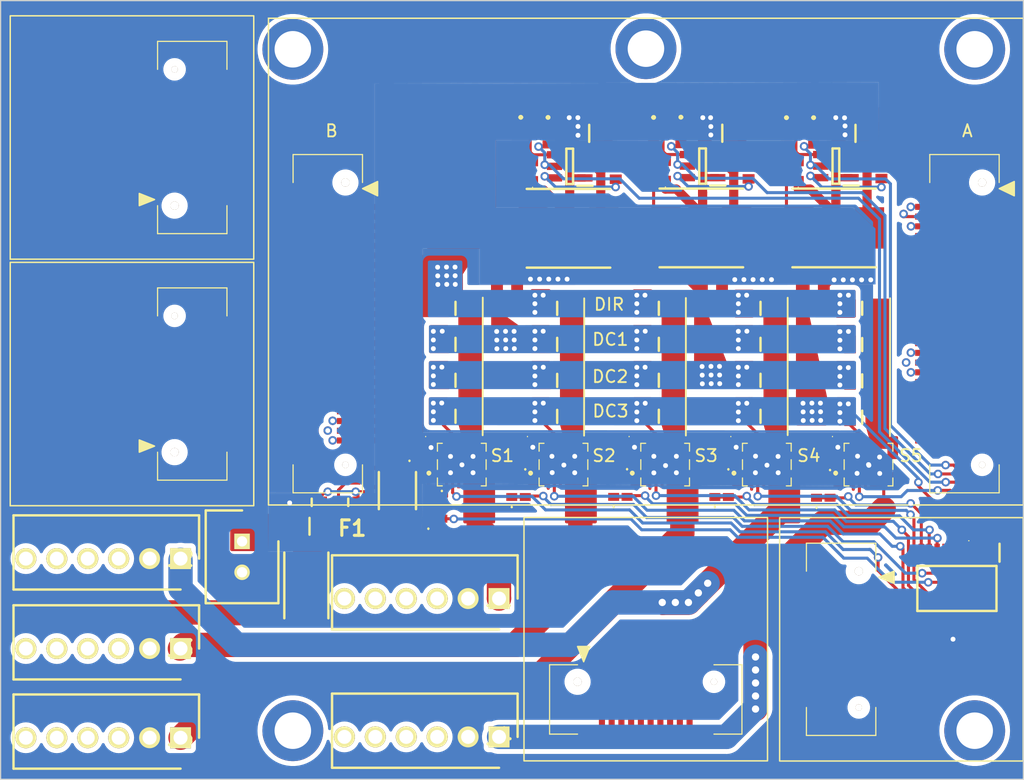
<source format=kicad_pcb>
(kicad_pcb (version 20221018) (generator pcbnew)
  (layers (0 "F.Cu" power) (1 "In1.Cu" signal) (2 "In2.Cu" signal) (31 "B.Cu" signal) (34 "B.Paste" user) (35 "F.Paste" user) (36 "B.SilkS" user "B.Silkscreen") (37 "F.SilkS" user "F.Silkscreen") (38 "B.Mask" user) (39 "F.Mask" user) (44 "Edge.Cuts" user))
  (net 0 "")
  (net 26 "unconnected-(H2-Pad26)")
  (net 27 "unconnected-(H2-Pad27)")
  (net 28 "unconnected-(H2-Pad28)")
  (net 41 "unconnected-(H2-Pad41)")
  (net 42 "unconnected-(H2-Pad42)")
  (net 43 "unconnected-(H2-Pad43)")
  (net 51 "unconnected-(H2-Pad51)")
  (net 52 "unconnected-(H2-Pad52)")
  (net 53 "unconnected-(H2-Pad53)")
  (net 196 "GND")
  (net 197 "Net-(PS1-CB)")
  (net 198 "Net-(PS1-SW)")
  (net 199 "Net-(PS1-FB)")
  (net 200 "/VCC1")
  (net 201 "/VIN")
  (net 202 "Net-(PS2-CB)")
  (net 203 "Net-(PS2-SW)")
  (net 204 "Net-(PS2-FB)")
  (net 205 "/VCC2")
  (net 206 "Net-(PS3-CB)")
  (net 207 "Net-(PS3-SW)")
  (net 208 "/VCC3")
  (net 209 "Net-(PS3-FB)")
  (net 210 "/VIN_WILD")
  (net 211 "Net-(Q1-D_1)")
  (net 212 "Net-(Q1-G)")
  (net 213 "/VCC_S1")
  (net 214 "/VCC_S2")
  (net 215 "/VCC_S3")
  (net 216 "/VCC_S4")
  (net 217 "/VCC_S5")
  (net 218 "/VCC_S1_OUT")
  (net 219 "/VCC_S2_OUT")
  (net 220 "/VCC_S3_OUT")
  (net 221 "/VCC_S4_OUT")
  (net 222 "/VCC_S5_OUT")
  (net 246 "Net-(IC7-NRST)")
  (net 247 "/S1_SW_EN")
  (net 248 "/S2_SW_EN")
  (net 249 "/S3_SW_EN")
  (net 250 "/S4_SW_EN")
  (net 251 "/S1_SW_IMON")
  (net 252 "/S2_SW_IMON")
  (net 253 "/S3_SW_IMON")
  (net 254 "/S4_SW_IMON")
  (net 255 "/S5_SW_IMON")
  (net 256 "Net-(IC1-IMON)")
  (net 257 "Net-(IC2-IMON)")
  (net 258 "Net-(IC3-IMON)")
  (net 259 "Net-(IC4-IMON)")
  (net 260 "Net-(IC5-IMON)")
  (net 261 "/S5_SW_EN")
  (net 262 "/DCDC3_EN")
  (net 263 "/DCDC2_EN")
  (net 264 "/DCDC1_EN")
  (net 265 "Net-(IC1-ILIM)")
  (net 266 "Net-(IC2-ILIM)")
  (net 267 "Net-(IC3-ILIM)")
  (net 268 "Net-(IC4-ILIM)")
  (net 269 "Net-(IC5-ILIM)")
  (footprint "SamacSys_Parts:CAPC3216X180N" (layer "F.Cu") (at 139.270436 110.9)
    (fp_text reference "C5" hide)
    (fp_text value "C3216X7R1H106K160AE" hide)
  )
  (footprint "SamacSys_Parts:SHDR6W66P0X254_1X6_1524X572X1003P" (layer "F.Cu") (at 94.776 160.578)
    (fp_text reference "J6")
    (fp_text value "640456-6" hide)
  )
  (footprint "SamacSys_Parts:FUSC3216X83N" (layer "F.Cu") (at 105.37 143.2)
    (fp_text reference "F1")
    (fp_text value "0685T6000-01" hide)
  )
  (footprint "SamacSys_Parts:RESC2013X84N" (layer "F.Cu") (at 150.76 125.283334)
    (fp_text reference "R30" hide)
    (fp_text value "WSL080500000ZEA9" hide)
  )
  (footprint "SamacSys_Parts:RESC2013X84N" (layer "F.Cu") (at 142.41 128.246666)
    (fp_text reference "R15" hide)
    (fp_text value "WSL080500000ZEA9" hide)
  )
  (footprint "SamacSys_Parts:RESC2013X84N" (layer "F.Cu") (at 142.41 131.203332)
    (fp_text reference "R13" hide)
    (fp_text value "WSL080500000ZEA9" hide)
  )
  (footprint "SamacSys_Parts:DIONM5436X244N" (layer "F.Cu") (at 105.11 148.06 90)
    (fp_text reference "D1" hide)
    (fp_text value "1.5SMBJ36CA-H" hide)
  )
  (footprint "SamacSys_Parts:ERJ3EKF1000V" (layer "F.Cu") (at 144.540872 111.12 -90)
    (fp_text reference "R24" hide)
    (fp_text value "ERJ3EKF1003V" hide)
  )
  (footprint "SamacSys_Parts:ERJS03J155V" (layer "F.Cu") (at 134.600436 113.9925 90)
    (fp_text reference "R22" hide)
    (fp_text value "ERJU03F5231V" hide)
  )
  (footprint "SamacSys_Parts:ERJ2RKD1004X" (layer "F.Cu") (at 140.92 135.83)
    (fp_text reference "R46" hide)
    (fp_text value "ERJ2RKF1001X" hide)
  )
  (footprint "SamacSys_Parts:RESC2013X84N" (layer "F.Cu") (at 117.36 134.16)
    (fp_text reference "R21" hide)
    (fp_text value "WSL080500000ZEA9" hide)
  )
  (footprint "SamacSys_Parts:CAPC2012X145N" (layer "F.Cu") (at 146.78 125.22 180)
    (fp_text reference "C11" hide)
    (fp_text value "GRM21BZ71E106KE15K" hide)
  )
  (footprint "SamacSys_Parts:ERJ2RKD1004X" (layer "F.Cu") (at 124.22 135.83)
    (fp_text reference "R44" hide)
    (fp_text value "ERJ2RKF1001X" hide)
  )
  (footprint "SamacSys_Parts:TPS27S100BRRKR" (layer "F.Cu") (at 142.92875 138.13 90)
    (fp_text reference "IC4" hide)
    (fp_text value "TPS27S100BRRKR" hide)
  )
  (footprint "SamacSys_Parts:RESC2013X84N" (layer "F.Cu") (at 125.71 134.17)
    (fp_text reference "R4" hide)
    (fp_text value "WSL080500000ZEA9" hide)
  )
  (footprint "USIB2:MCU_4062_100_MB_FX6" (layer "F.Cu") (at 133 121.45)
    (fp_text reference "H2" hide)
    (fp_text value "MCU_4062_100_MB_FX6" hide)
  )
  (footprint "SamacSys_Parts:HDRV2W66P0X254_1X2_762X572X1003P" (layer "F.Cu") (at 99.83 144.44 -90)
    (fp_text reference "J5" hide)
    (fp_text value "640454-2" hide)
  )
  (footprint "SamacSys_Parts:RESC2013X84N" (layer "F.Cu") (at 134.06 125.29)
    (fp_text reference "R10" hide)
    (fp_text value "WSL080500000ZEA9" hide)
  )
  (footprint "SamacSys_Parts:RESC2013X84N" (layer "F.Cu") (at 150.76 131.25)
    (fp_text reference "R29" hide)
    (fp_text value "WSL080500000ZEA9" hide)
  )
  (footprint "SamacSys_Parts:ERJ2RKD1004X" (layer "F.Cu") (at 132.57 135.83)
    (fp_text reference "R45" hide)
    (fp_text value "ERJ2RKF1001X" hide)
  )
  (footprint "SamacSys_Parts:ERJ3EKF1000V" (layer "F.Cu") (at 133.630436 111.1 -90)
    (fp_text reference "R20" hide)
    (fp_text value "ERJ3EKF1003V" hide)
  )
  (footprint "SamacSys_Parts:RESC2013X84N" (layer "F.Cu") (at 125.71 128.25)
    (fp_text reference "R7" hide)
    (fp_text value "WSL080500000ZEA9" hide)
  )
  (footprint "SamacSys_Parts:ERJH3" (layer "F.Cu") (at 147.01 140.13 90)
    (fp_text reference "R41" hide)
    (fp_text value "ERJH3ED2000V" hide)
  )
  (footprint "USIB2:IF_2020_20_MB_FX6" (layer "F.Cu") (at 132.985 152.48)
    (fp_text reference "H3" hide)
    (fp_text value "IF_2020_20_MB_FX6" hide)
  )
  (footprint "SamacSys_Parts:ERJ3EKF1000V" (layer "F.Cu") (at 122.72 111.09 -90)
    (fp_text reference "R16" hide)
    (fp_text value "ERJ3EKF1003V" hide)
  )
  (footprint "SamacSys_Parts:CAPC1608X97N" (layer "F.Cu") (at 152.340872 113.92 -90)
    (fp_text reference "C10" hide)
    (fp_text value "VJ0603Y104JXXAC" hide)
  )
  (footprint "SamacSys_Parts:INDPM6965X300N" (layer "F.Cu") (at 137.550436 118.68 180)
    (fp_text reference "L2" hide)
    (fp_text value "IHLP2525CZER3R3M01" hide)
  )
  (footprint "SamacSys_Parts:ERJH3" (layer "F.Cu") (at 123.09 140.07 -90)
    (fp_text reference "R36" hide)
    (fp_text value "ERJH3ED3000V" hide)
  )
  (footprint "SamacSys_Parts:RESC2013X84N" (layer "F.Cu") (at 134.06 131.203332)
    (fp_text reference "R9" hide)
    (fp_text value "WSL080500000ZEA9" hide)
  )
  (footprint "SamacSys_Parts:RESC2013X84N" (layer "F.Cu") (at 150.76 134.233334)
    (fp_text reference "R28" hide)
    (fp_text value "WSL080500000ZEA9" hide)
  )
  (footprint "SamacSys_Parts:ERJ2RKD1004X" (layer "F.Cu") (at 149.27 135.83)
    (fp_text reference "R47" hide)
    (fp_text value "ERJ2RKF1001X" hide)
  )
  (footprint "SamacSys_Parts:SHDR6W66P0X254_1X6_1524X572X1003P" (layer "F.Cu") (at 120.936 149.14)
    (fp_text reference "J1")
    (fp_text value "640456-6" hide)
  )
  (footprint "SamacSys_Parts:SOT95P280X110-6N" (layer "F.Cu") (at 148.600872 113.6 180)
    (fp_text reference "PS3" hide)
    (fp_text value "LMR51420YFDDCR" hide)
  )
  (footprint "SamacSys_Parts:ERJH3" (layer "F.Cu") (at 148.12 140.13 -90)
    (fp_text reference "R42" hide)
    (fp_text value "ERJH3ED3000V" hide)
  )
  (footprint "SamacSys_Parts:CAPC2012X145N" (layer "F.Cu") (at 138.42 124.97 180)
    (fp_text reference "C8" hide)
    (fp_text value "GRM21BZ71E106KE15K" hide)
  )
  (footprint "USIB2:IF_2020_20_MB_FX6" (layer "F.Cu") (at 90.79 131.51 90)
    (fp_text reference "H1" hide)
    (fp_text value "IF_2020_20_MB_FX6" hide)
  )
  (footprint "SamacSys_Parts:CAPC2012X145N" (layer "F.Cu") (at 138.42 123.19 180)
    (fp_text reference "C7" hide)
    (fp_text value "GRM21BZ71E106KE15K" hide)
  )
  (footprint "SamacSys_Parts:SQS850ENT1_GE3" (layer "F.Cu") (at 112.59 140.27 -90)
    (fp_text reference "Q1" hide)
    (fp_text value "SQS141ELNW-T1_GE3" hide)
  )
  (footprint "SamacSys_Parts:RESC2013X84N" (layer "F.Cu") (at 117.36 128.246666)
    (fp_text reference "R3" hide)
    (fp_text value "WSL080500000ZEA9" hide)
  )
  (footprint "USIB2:IF_2020_20_MB_FX6" (layer "F.Cu") (at 90.79 111.25 90)
    (fp_text reference "H5" hide)
    (fp_text value "IF_2020_20_MB_FX6" hide)
  )
  (footprint "SamacSys_Parts:ERJ3EKF1000V" (layer "F.Cu") (at 146.770872 111.12 -90)
    (fp_text reference "R23" hide)
    (fp_text value "ERJ-3GEY0R00V" hide)
  )
  (footprint "SamacSys_Parts:SOT95P280X110-6N" (layer "F.Cu") (at 126.74 113.62 180)
    (fp_text reference "PS1" hide)
    (fp_text value "LMR51420YFDDCR" hide)
  )
  (footprint "SamacSys_Parts:TPS27S100BRRKR" (layer "F.Cu") (at 134.5775 138.13 90)
    (fp_text reference "IC3" hide)
    (fp_text value "TPS27S100BRRKR" hide)
  )
  (footprint "SamacSys_Parts:RESC2013X84N" (layer "F.Cu") (at 142.41 134.16)
    (fp_text reference "R12" hide)
    (fp_text value "WSL080500000ZEA9" hide)
  )
  (footprint "SamacSys_Parts:CAPC2012X145N" (layer "F.Cu") (at 121.59 125.03 180)
    (fp_text reference "C2" hide)
    (fp_text value "GRM21BZ71E106KE15K" hide)
  )
  (footprint "SamacSys_Parts:CAPC1608X97N" (layer "F.Cu") (at 130.52 113.98 -90)
    (fp_text reference "C4" hide)
    (fp_text value "VJ0603Y104JXXAC" hide)
  )
  (footprint "SamacSys_Parts:CAPC2012X145N" (layer "F.Cu") (at 146.78 123.44 180)
    (fp_text reference "C12" hide)
    (fp_text value "GRM21BZ71E106KE15K" hide)
  )
  (footprint "SamacSys_Parts:TPS27S100BRRKR" (layer "F.Cu") (at 126.22625 138.13 90)
    (fp_text reference "IC2" hide)
    (fp_text value "TPS27S100BRRKR" hide)
  )
  (footprint "SamacSys_Parts:SHDR6W66P0X254_1X6_1524X572X1003P" (layer "F.Cu") (at 94.776 145.858)
    (fp_text reference "J2")
    (fp_text value "640456-6" hide)
  )
  (footprint "SamacSys_Parts:ERJH3" (layer "F.Cu") (at 131.45 140.06 -90)
    (fp_text reference "R38" hide)
    (fp_text value "ERJH3ED3000V" hide)
  )
  (footprint "USIB2:IF_2020_20_MB_FX6" (layer "F.Cu") (at 153.98 152.49 -90)
    (fp_text reference "H4" hide)
    (fp_text value "IF_2020_20_MB_FX6" hide)
  )
  (footprint "SamacSys_Parts:RESC2013X84N" (layer "F.Cu") (at 142.41 125.29)
    (fp_text reference "R14" hide)
    (fp_text value "WSL080500000ZEA9" hide)
  )
  (footprint "SamacSys_Parts:SOP65P640X120-20N" (layer "F.Cu") (at 158.54 148.31 -90)
    (fp_text reference "IC7" hide)
    (fp_text value "STM32L010F4P6TR" hide)
  )
  (footprint "SamacSys_Parts:CAPC1608X97N" (layer "F.Cu") (at 141.430436 113.95 -90)
    (fp_text reference "C6" hide)
    (fp_text value "VJ0603Y104JXXAC" hide)
  )
  (footprint "SamacSys_Parts:CAPC2012X145N" (layer "F.Cu") (at 121.59 123.24 180)
    (fp_text reference "C1" hide)
    (fp_text value "GRM21BZ71E106KE15K" hide)
  )
  (footprint "SamacSys_Parts:ERJH3" (layer "F.Cu") (at 139.77 140.07 -90)
    (fp_text reference "R40" hide)
    (fp_text value "ERJH3ED3000V" hide)
  )
  (footprint "SamacSys_Parts:ERJ3EKF1000V" (layer "F.Cu") (at 124.96 111.1 -90)
    (fp_text reference "R18" hide)
    (fp_text value "ERJ-3GEY0R00V" hide)
  )
  (footprint "SamacSys_Parts:CAPC3216X180N" (layer "F.Cu") (at 128.34 110.91)
    (fp_text reference "C3" hide)
    (fp_text value "C3216X7R1H106K160AE" hide)
  )
  (footprint "SamacSys_Parts:RESC2013X84N" (layer "F.Cu") (at 125.71 131.21)
    (fp_text reference "R5" hide)
    (fp_text value "WSL080500000ZEA9" hide)
  )
  (footprint "SamacSys_Parts:RESC1608X55N" (layer "F.Cu") (at 108.55 141.23)
    (fp_text reference "R26" hide)
    (fp_text value "CHV0603AFX-2003ELF" hide)
  )
  (footprint "SamacSys_Parts:ERJH3" (layer "F.Cu") (at 121.98 140.07 90)
    (fp_text reference "R35" hide)
    (fp_text value "ERJH3ED2000V" hide)
  )
  (footprint "SamacSys_Parts:RESC2013X84N" (layer "F.Cu") (at 134.06 134.16)
    (fp_text reference "R8" hide)
    (fp_text value "WSL080500000ZEA9" hide)
  )
  (footprint "SamacSys_Parts:ERJ2RKD1004X" (layer "F.Cu") (at 159.52 143.44 90)
    (fp_text reference "R32" hide)
    (fp_text value "ERJ-2RKF1002X" hide)
  )
  (footprint "SamacSys_Parts:RESC2013X84N" (layer "F.Cu") (at 134.06 128.246666)
    (fp_text reference "R11" hide)
    (fp_text value "WSL080500000ZEA9" hide)
  )
  (footprint "SamacSys_Parts:RESC2013X84N" (layer "F.Cu") (at 117.36 125.29)
    (fp_text reference "R2" hide)
    (fp_text value "WSL080500000ZEA9" hide)
  )
  (footprint "SamacSys_Parts:RESC2013X84N" (layer "F.Cu") (at 117.36 131.203332)
    (fp_text reference "R1" hide)
    (fp_text value "WSL080500000ZEA9" hide)
  )
  (footprint "SamacSys_Parts:ERJ2RKD1004X" (layer "F.Cu") (at 115.86 135.83)
    (fp_text reference "R43" hide)
    (fp_text value "ERJ2RKF1001X" hide)
  )
  (footprint "SamacSys_Parts:ERJH3" (layer "F.Cu") (at 130.35 140.06 90)
    (fp_text reference "R37" hide)
    (fp_text value "ERJH3ED2000V" hide)
  )
  (footprint "SamacSys_Parts:CAPC3216X180N" (layer "F.Cu") (at 150.210872 110.91)
    (fp_text reference "C9" hide)
    (fp_text value "C3216X7R1H106K160AE" hide)
  )
  (footprint "SamacSys_Parts:INDPM6965X300N" (layer "F.Cu") (at 148.460872 118.68 180)
    (fp_text reference "L3" hide)
    (fp_text value "IHLP2525CZER3R3M01" hide)
  )
  (footprint "SamacSys_Parts:SHDR6W66P0X254_1X6_1524X572X1003P" (layer "F.Cu") (at 94.776 153.248)
    (fp_text reference "J3")
    (fp_text value "640456-6" hide)
  )
  (footprint "SamacSys_Parts:SOT95P280X110-6N" (layer "F.Cu") (at 137.650436 113.6 180)
    (fp_text reference "PS2" hide)
    (fp_text value "LMR51420YFDDCR" hide)
  )
  (footprint "SamacSys_Parts:ERJS03J155V" (layer "F.Cu") (at 123.69 114.02 90)
    (fp_text reference "R17" hide)
    (fp_text value "ERJU03F5231V" hide)
  )
  (footprint "SamacSys_Parts:INDPM6965X300N" (layer "F.Cu") (at 126.64 118.71 180)
    (fp_text reference "L1" hide)
    (fp_text value "IHLP2525CZER3R3M01" hide)
  )
  (footprint "SamacSys_Parts:ERJH3" (layer "F.Cu") (at 116.24 141.85 -90)
    (fp_text reference "R33" hide)
    (fp_text value "ERJH3ED3000V" hide)
  )
  (footprint "SamacSys_Parts:TPS27S100BRRKR" (layer "F.Cu") (at 117.875 138.13 90)
    (fp_text reference "IC1" hide)
    (fp_text value "TPS27S100BRRKR" hide)
  )
  (footprint "SamacSys_Parts:ERJH3" (layer "F.Cu") (at 138.66 140.07 90)
    (fp_text reference "R39" hide)
    (fp_text value "ERJH3ED2000V" hide)
  )
  (footprint "SamacSys_Parts:RESC1608X55N" (layer "F.Cu") (at 105.55 141.23)
    (fp_text reference "R27" hide)
    (fp_text value "CHV0603AFX-2003ELF" hide)
  )
  (footprint "SamacSys_Parts:ERJ3EKF1000V" (layer "F.Cu") (at 135.870436 111.08 -90)
    (fp_text reference "R19" hide)
    (fp_text value "ERJ-3GEY0R00V" hide)
  )
  (footprint "SamacSys_Parts:RESC2013X84N" (layer "F.Cu") (at 125.71 125.29)
    (fp_text reference "R6" hide)
    (fp_text value "WSL080500000ZEA9" hide)
  )
  (footprint "SamacSys_Parts:RESC2013X84N" (layer "F.Cu") (at 150.76 128.266667)
    (fp_text reference "R31" hide)
    (fp_text value "WSL080500000ZEA9" hide)
  )
  (footprint "SamacSys_Parts:TPS27S100BRRKR" (layer "F.Cu") (at 151.28 138.13 90)
    (fp_text reference "IC5" hide)
    (fp_text value "TPS27S100BRRKR" hide)
  )
  (footprint "SamacSys_Parts:ERJH3" (layer "F.Cu") (at 115.13 141.85 90)
    (fp_text reference "R34" hide)
    (fp_text value "ERJH3ED2000V" hide)
  )
  (footprint "SamacSys_Parts:ERJS03J155V" (layer "F.Cu") (at 145.510872 114.0125 90)
    (fp_text reference "R25" hide)
    (fp_text value "ERJU03F5231V" hide)
  )
  (footprint "SamacSys_Parts:SHDR6W66P0X254_1X6_1524X572X1003P" (layer "F.Cu") (at 120.936 160.508)
    (fp_text reference "J4")
    (fp_text value "640456-6" hide)
  )
  (gr_line (start 153.05 124.46) (end 153.04 135.79) (stroke (width 0.15)) (layer "F.SilkS"))
  (gr_line (start 136.28 124.44) (end 136.28 135.74) (stroke (width 0.15)) (layer "F.SilkS"))
  (gr_line (start 127.93 124.47) (end 127.92 135.75) (stroke (width 0.15)) (layer "F.SilkS"))
  (gr_line (start 119.6 124.41) (end 119.59 135.72) (stroke (width 0.15)) (layer "F.SilkS"))
  (gr_line (start 144.64 124.42) (end 144.64 135.71) (stroke (width 0.15)) (layer "F.SilkS"))
  (gr_rect locked (start 80 100) (end 164 164) (stroke (width 0.1)) (fill none) (layer "Edge.Cuts"))
  (gr_text "DC1" (at 128.5 128.43) (layer "F.SilkS") (effects (font (size 1 1)) (justify left bottom)))
  (gr_text "S5" (at 153.71 137.98) (layer "F.SilkS") (effects (font (size 1 1)) (justify left bottom)))
  (gr_text "DC2" (at 128.49 131.48) (layer "F.SilkS") (effects (font (size 1 1)) (justify left bottom)))
  (gr_text "S3" (at 136.89 137.98) (layer "F.SilkS") (effects (font (size 1 1)) (justify left bottom)))
  (gr_text "S4" (at 145.33 137.98) (layer "F.SilkS") (effects (font (size 1 1)) (justify left bottom)))
  (gr_text "S2" (at 128.51 137.98) (layer "F.SilkS") (effects (font (size 1 1)) (justify left bottom)))
  (gr_text "DIR" (at 128.64 125.55) (layer "F.SilkS") (effects (font (size 1 1)) (justify left bottom)))
  (gr_text "S1" (at 120.16 137.98) (layer "F.SilkS") (effects (font (size 1 1)) (justify left bottom)))
  (gr_text "DC3" (at 128.52 134.32) (layer "F.SilkS") (effects (font (size 1 1)) (justify left bottom)))
  (via locked (at 160 104) (size 5) (drill 3) (layers "F.Cu" "B.Cu") (net 0))
  (via locked (at 104 104) (size 5) (drill 3) (layers "F.Cu" "B.Cu") (net 0))
  (via locked (at 160 160) (size 5) (drill 3) (layers "F.Cu" "B.Cu") (net 0))
  (via (at 133 103.95) (size 5) (drill 3) (layers "F.Cu" "B.Cu") (net 0))
  (via locked (at 104 160) (size 5) (drill 3) (layers "F.Cu" "B.Cu") (net 0))
  (segment (start 156.76 116.95) (end 154.75 116.95) (width 0.25) (layer "F.Cu") (net 26))
  (via (at 154.75 116.95) (size 0.7) (drill 0.4) (layers "F.Cu" "B.Cu") (net 26))
  (segment (start 154.19 117.75) (end 154.16 117.78) (width 0.25) (layer "F.Cu") (net 27))
  (segment (start 156.76 117.75) (end 154.19 117.75) (width 0.25) (layer "F.Cu") (net 27))
  (via (at 154.16 117.53) (size 0.7) (drill 0.4) (layers "F.Cu" "B.Cu") (net 27))
  (segment (start 156.76 118.55) (end 154.77 118.55) (width 0.25) (layer "F.Cu") (net 28))
  (via (at 154.77 118.55) (size 0.7) (drill 0.4) (layers "F.Cu" "B.Cu") (net 28))
  (via (at 154.76 128.93) (size 0.7) (drill 0.4) (layers "F.Cu" "B.Cu") (net 41))
  (via (at 154.368844 129.739999) (size 0.7) (drill 0.4) (layers "F.Cu" "B.Cu") (net 42))
  (via (at 154.76 130.55) (size 0.7) (drill 0.4) (layers "F.Cu" "B.Cu") (net 43))
  (via (at 107.27 136.14) (size 0.7) (drill 0.4) (layers "F.Cu" "B.Cu") (net 51))
  (via (at 106.868656 135.334999) (size 0.7) (drill 0.4) (layers "F.Cu" "B.Cu") (net 52))
  (via (at 107.27 134.53) (size 0.7) (drill 0.4) (layers "F.Cu" "B.Cu") (net 53))
  (segment (start 126.7 111.68) (end 126.74 111.72) (width 0.75) (layer "F.Cu") (net 196))
  (segment (start 139.51 122.93) (end 139.25 123.19) (width 0.75) (layer "F.Cu") (net 196))
  (segment (start 138.330436 110.35) (end 138.330436 109.64) (width 0.75) (layer "F.Cu") (net 196))
  (segment (start 150.03 139.84) (end 150.03 140.17) (width 0.25) (layer "F.Cu") (net 196))
  (segment (start 141.67875 139.11125) (end 141.99 138.8) (width 0.25) (layer "F.Cu") (net 196))
  (segment (start 123.69 114.745) (end 123.69 115.56) (width 0.75) (layer "F.Cu") (net 196))
  (segment (start 132.058 136.7035) (end 132.06 136.7055) (width 0.25) (layer "F.Cu") (net 196))
  (segment (start 148.600872 122.895872) (end 148.655 122.95) (width 0.75) (layer "F.Cu") (net 196))
  (segment (start 103.74 141.28) (end 103.75 141.27) (width 0.25) (layer "F.Cu") (net 196))
  (segment (start 137.650436 120.490436) (end 139.3 122.14) (width 0.75) (layer "F.Cu") (net 196))
  (segment (start 138.330436 110.35) (end 137.760436 110.92) (width 0.75) (layer "F.Cu") (net 196))
  (segment (start 141.67875 139.78) (end 140.205 139.78) (width 0.25) (layer "F.Cu") (net 196))
  (segment (start 92.236 160.578) (end 92.236 150.28) (width 2) (layer "F.Cu") (net 196))
  (segment (start 133.3275 139.78) (end 133.3275 139.1325) (width 0.25) (layer "F.Cu") (net 196))
  (segment (start 123.708 135.83) (end 123.708 136.705094) (width 0.25) (layer "F.Cu") (net 196))
  (segment (start 99.83 146.98) (end 103.11 150.26) (width 0.25) (layer "F.Cu") (net 196))
  (segment (start 158.22 151.253) (end 158.215 151.248) (width 0.25) (layer "F.Cu") (net 196))
  (segment (start 148.655 122.95) (end 151.465 122.95) (width 0.75) (layer "F.Cu") (net 196))
  (segment (start 116.625 140.75) (end 116.24 141.135) (width 0.25) (layer "F.Cu") (net 196))
  (segment (start 137.670436 110.9) (end 137.650436 110.92) (width 0.75) (layer "F.Cu") (net 196))
  (segment (start 149.850872 114.55) (end 148.600872 114.55) (width 0.6) (layer "F.Cu") (net 196))
  (segment (start 123.515 122.89) (end 126.525 122.89) (width 0.75) (layer "F.Cu") (net 196))
  (segment (start 148.600872 111.78) (end 148.600872 114.55) (width 0.75) (layer "F.Cu") (net 196))
  (segment (start 145.510872 114.7375) (end 145.510872 115.49) (width 0.75) (layer "F.Cu") (net 196))
  (segment (start 127.99 114.57) (end 126.74 114.57) (width 0.6) (layer "F.Cu") (net 196))
  (segment (start 148.600872 110.92) (end 148.600872 114.55) (width 0.75) (layer "F.Cu") (net 196))
  (segment (start 149.350872 110.3) (end 149.350872 111.03) (width 0.75) (layer "F.Cu") (net 196))
  (segment (start 126.7 109.62) (end 127.41 109.62) (width 0.75) (layer "F.Cu") (net 196))
  (segment (start 138.330436 109.64) (end 138.310436 109.62) (width 0.75) (layer "F.Cu") (net 196))
  (segment (start 140.295 122.93) (end 142.5525 122.93) (width 0.75) (layer "F.Cu") (net 196))
  (segment (start 141.67875 139.78) (end 141.67875 139.11125) (width 0.25) (layer "F.Cu") (net 196))
  (segment (start 137.650436 110.92) (end 137.650436 115.77) (width 0.75) (layer "F.Cu") (net 196))
  (segment (start 148.590872 109.62) (end 149.300872 109.62) (width 0.75) (layer "F.Cu") (net 196))
  (segment (start 138.900436 114.55) (end 137.925436 114.55) (width 0.6) (layer "F.Cu") (net 196))
  (segment (start 138.310436 109.62) (end 137.670436 109.62) (width 0.75) (layer "F.Cu") (net 196))
  (segment (start 135.500436 115.49) (end 137.650436 117.64) (width 0.75) (layer "F.Cu") (net 196))
  (segment (start 148.545 139.84) (end 148.12 139.415) (width 0.25) (layer "F.Cu") (net 196))
  (segment (start 122.42 123.24) (end 122.77 122.89) (width 0.75) (layer "F.Cu") (net 196))
  (segment (start 123.69 115.56) (end 124.6 115.56) (width 0.75) (layer "F.Cu") (net 196))
  (segment (start 148.761725 136.7055) (end 148.758 136.701775) (width 0.25) (layer "F.Cu") (net 196))
  (segment (start 122.77 122.89) (end 123.515 122.89) (width 0.75) (layer "F.Cu") (net 196))
  (segment (start 137.760436 110.92) (end 137.650436 110.92) (width 0.75) (layer "F.Cu") (net 196))
  (segment (start 150.03 139.84) (end 148.545 139.84) (width 0.25) (layer "F.Cu") (net 196))
  (segment (start 148.600872 117.6) (end 148.600872 115.51) (width 0.75) (layer "F.Cu") (net 196))
  (segment (start 131.895 139.78) (end 131.45 139.335) (width 0.25) (layer "F.Cu") (net 196))
  (segment (start 148.655 122.95) (end 148.1 122.95) (width 0.75) (layer "F.Cu") (net 196))
  (segment (start 140.408 136.7035) (end 140.41 136.7055) (width 0.25) (layer "F.Cu") (net 196))
  (segment (start 146.490872 115.49) (end 148.600872 117.6) (width 0.75) (layer "F.Cu") (net 196))
  (segment (start 148.758 136.701775) (end 148.758 135.83) (width 0.25) (layer "F.Cu") (net 196))
  (segment (start 133.3275 139.78) (end 131.895 139.78) (width 0.25) (layer "F.Cu") (net 196))
  (segment (start 134.600436 115.49) (end 135.500436 115.49) (width 0.75) (layer "F.Cu") (net 196))
  (segment (start 124.97625 139.78) (end 123.525 139.78) (width 0.25) (layer "F.Cu") (net 196))
  (segment (start 115.348 135.83) (end 115.348 136.728) (width 0.25) (layer "F.Cu") (net 196))
  (segment (start 127.42 110.34) (end 127.42 109.63) (width 0.75) (layer "F.Cu") (net 196))
  (segment (start 124.97625 139.78) (end 124.97625 140.08375) (width 0.25) (layer "F.Cu") (net 196))
  (segment (start 148.600872 115.76) (end 148.600872 122.895872) (width 0.75) (layer "F.Cu") (net 196))
  (segment (start 139.3 122.14) (end 139.3 123.19) (width 0.75) (layer "F.Cu") (net 196))
  (segment (start 138.330436 111.04) (end 137.670436 111.7) (width 0.75) (layer "F.Cu") (net 196))
  (segment (start 125.02 122.89) (end 126.74 121.17) (width 0.75) (layer "F.Cu") (net 196))
  (segment (start 137.670436 109.62) (end 137.670436 110.9) (width 0.75) (layer "F.Cu") (net 196))
  (segment (start 127.42 110.34) (end 127.42 111.04) (width 0.75) (layer "F.Cu") (net 196))
  (segment (start 148.600872 114.55) (end 148.600872 115.51) (width 0.75) (layer "F.Cu") (net 196))
  (segment (start 149.230872 110.91) (end 149.350872 111.03) (width 0.75) (layer "F.Cu") (net 196))
  (segment (start 92.236 150.28) (end 92.236 145.858) (width 2) (layer "F.Cu") (net 196))
  (segment (start 104.73 150.28) (end 92.236 150.28) (width 2) (layer "F.Cu") (net 196))
  (segment (start 127.42 111.04) (end 126.74 111.72) (width 0.75) (layer "F.Cu") (net 196))
  (segment (start 137.650436 117.64) (end 137.650436 115.77) (width 0.75) (layer "F.Cu") (net 196))
  (segment (start 150.03 139.84) (end 150.03 139.16) (width 0.25) (layer "F.Cu") (net 196))
  (segment (start 142.5525 122.93) (end 143.3025 122.93) (width 0.75) (layer "F.Cu") (net 196))
  (segment (start 147.61 123.44) (end 147.61 125.22) (width 0.75) (layer "F.Cu") (net 196))
  (segment (start 116.625 139.125) (end 116.95 138.8) (width 0.25) (layer "F.Cu") (net 196))
  (segment (start 133.3275 139.78) (end 133.3275 140.0925) (width 0.25) (layer "F.Cu") (net 196))
  (segment (start 137.650436 115.77) (end 137.650436 120.490436) (width 0.75) (layer "F.Cu") (net 196))
  (segment (start 137.925436 114.55) (end 137.670436 114.295) (width 0.6) (layer "F.Cu") (net 196))
  (segment (start 137.670436 111.7) (end 137.670436 114.295) (width 0.75) (layer "F.Cu") (net 196))
  (segment (start 124.6 115.56) (end 126.74 117.7) (width 0.75) (layer "F.Cu") (net 196))
  (segment (start 116.625 139.78) (end 116.625 139.125) (width 0.25) (layer "F.Cu") (net 196))
  (segment (start 149.350872 111.03) (end 148.600872 111.78) (width 0.75) (layer "F.Cu") (net 196))
  (segment (start 124.97625 139.78) (end 124.97625 139.11375) (width 0.25) (layer "F.Cu") (net 196))
  (segment (start 126.74 117.7) (end 126.74 117.73) (width 0.75) (layer "F.Cu") (net 196))
  (segment (start 148.610872 110.91) (end 148.610872 109.64) (width 0.75) (layer "F.Cu") (net 196))
  (segment (start 140.205 139.78) (end 139.77 139.345) (width 0.25) (layer "F.Cu") (net 196))
  (segment (start 126.7 109.62) (end 126.7 111.68) (width 0.75) (layer "F.Cu") (net 196))
  (segment (start 134.600436 114.7175) (end 134.600436 115.49) (width 0.75) (layer "F.Cu") (net 196))
  (segment (start 122.42 123.24) (end 122.42 125.03) (width 0.75) (layer "F.Cu") (net 196))
  (segment (start 140.408 135.83) (end 140.408 136.7035) (width 0.25) (layer "F.Cu") (net 196))
  (segment (start 138.330436 110.35) (end 138.330436 111.04) (width 0.75) (layer "F.Cu") (net 196))
  (segment (start 123.525 139.78) (end 123.09 139.345) (width 0.25) (layer "F.Cu") (net 196))
  (segment (start 138.330436 111.04) (end 137.810436 111.04) (width 0.75) (layer "F.Cu") (net 196))
  (segment (start 149.310872 110.26) (end 149.350872 110.3) (width 0.75) (layer "F.Cu") (net 196))
  (segment (start 137.810436 111.04) (end 137.670436 110.9) (width 0.75) (layer "F.Cu") (net 196))
  (segment (start 103.75 141.27) (end 104.75 141.27) (width 0.25) (layer "F.Cu") (net 196))
  (segment (start 126.74 121.17) (end 126.74 114.57) (width 0.75) (layer "F.Cu") (net 196))
  (segment (start 148.610872 109.64) (end 148.590872 109.62) (width 0.75) (layer "F.Cu") (net 196))
  (segment (start 132.058 135.83) (end 132.058 136.7035) (width 0.25) (layer "F.Cu") (net 196))
  (segment (start 137.670436 114.295) (end 137.670436 110.9) (width 0.6) (layer "F.Cu") (net 196))
  (segment (start 123.708 136.705094) (end 123.707594 136.7055) (width 0.25) (layer "F.Cu") (net 196))
  (segment (start 126.74 111.72) (end 126.74 114.57) (width 0.75) (layer "F.Cu") (net 196))
  (segment (start 124.97625 139.11375) (end 125.3 138.79) (width 0.25) (layer "F.Cu") (net 196))
  (segment (start 127.42 110.34) (end 126.7 109.62) (width 0.75) (layer "F.Cu") (net 196))
  (segment (start 140.295 122.93) (end 139.51 122.93) (width 0.75) (layer "F.Cu") (net 196))
  (segment (start 150.03 139.16) (end 150.34 138.85) (width 0.25) (layer "F.Cu") (net 196))
  (segment (start 149.310872 109.63) (end 149.310872 110.26) (width 0.75) (layer "F.Cu") (net 196))
  (segment (start 149.300872 109.62) (end 149.310872 109.63) (width 0.75) (layer "F.Cu") (net 196))
  (segment (start 116.625 139.78) (end 116.625 140.75) (width 0.25) (layer "F.Cu") (net 196))
  (segment (start 115.348 136.728) (end 115.35 136.73) (width 0.25) (layer "F.Cu") (net 196))
  (segment (start 148.610872 110.91) (end 149.230872 110.91) (width 0.75) (layer "F.Cu") (net 196))
  (segment (start 127.42 109.63) (end 127.41 109.62) (width 0.75) (layer "F.Cu") (net 196))
  (segment (start 158.22 152.48) (end 158.22 151.253) (width 0.25) (layer "F.Cu") (net 196))
  (segment (start 103.11 150.26) (end 105.11 150.26) (width 0.25) (layer "F.Cu") (net 196))
  (segment (start 145.510872 115.49) (end 146.490872 115.49) (width 0.75) (layer "F.Cu") (net 196))
  (segment (start 133.3275 139.1325) (end 133.65 138.81) (width 0.25) (layer "F.Cu") (net 196))
  (segment (start 148.1 122.95) (end 147.61 123.44) (width 0.75) (layer "F.Cu") (net 196))
  (segment (start 141.67875 139.78) (end 141.67875 140.16125) (width 0.25) (layer "F.Cu") (net 196))
  (via (at 126.525 122.89) (size 0.7) (drill 0.4) (layers "F.Cu" "B.Cu") (net 196))
  (via (at 140.41 136.7055) (size 0.7) (drill 0.4) (layers "F.Cu" "B.Cu") (net 196))
  (via (at 127.15 137.45) (size 0.7) (drill 0.4) (layers "F.Cu" "B.Cu") (net 196))
  (via (at 152.2 138.86) (size 0.7) (drill 0.4) (layers "F.Cu" "B.Cu") (net 196))
  (via (at 152.19 137.51) (size 0.7) (drill 0.4) (layers "F.Cu" "B.Cu") (net 196))
  (via (at 143.85 137.46) (size 0.7) (drill 0.4) (layers "F.Cu" "B.Cu") (net 196))
  (via (at 116.95 138.8) (size 0.7) (drill 0.4) (layers "F.Cu" "B.Cu") (net 196))
  (via (at 148.455 122.95) (size 0.7) (drill 0.4) (layers "F.Cu" "B.Cu") (net 196))
  (via (at 127.42 111.07) (size 0.7) (drill 0.4) (layers "F.Cu" "B.Cu") (net 196))
  (via (at 140.295 122.93) (size 0.7) (drill 0.4) (layers "F.Cu" "B.Cu") (net 196))
  (via (at 149.2075 122.95) (size 0.7) (drill 0.4) (layers "F.Cu" "B.Cu") (net 196))
  (via (at 132.06 136.7055) (size 0.7) (drill 0.4) (layers "F.Cu" "B.Cu") (net 196))
  (via (at 143.3125 122.93) (size 0.7) (drill 0.4) (layers "F.Cu" "B.Cu") (net 196))
  (via (at 125.02 122.89) (size 0.7) (drill 0.4) (layers "F.Cu" "B.Cu") (net 196))
  (via (at 127.42 110.34) (size 0.7) (drill 0.4) (layers "F.Cu" "B.Cu") (net 196))
  (via (at 150.38 137.44) (size 0.7) (drill 0.4) (layers "F.Cu" "B.Cu") (net 196))
  (via (at 138.330436 110.35) (size 0.7) (drill 0.4) (layers "F.Cu" "B.Cu") (net 196))
  (via (at 149.350872 111.03) (size 0.7) (drill 0.4) (layers "F.Cu" "B.Cu") (net 196))
  (via (at 134.61 138.21) (size 0.7) (drill 0.4) (layers "F.Cu" "B.Cu") (net 196))
  (via (at 142 137.44) (size 0.7) (drill 0.4) (layers "F.Cu" "B.Cu") (net 196))
  (via (at 135.5 138.8) (size 0.7) (drill 0.4) (layers "F.Cu" "B.Cu") (net 196))
  (via (at 117.89 138.15) (size 0.7) (drill 0.4) (layers "F.Cu" "B.Cu") (net 196))
  (via (at 137.670436 109.62) (size 0.7) (drill 0.4) (layers "F.Cu" "B.Cu") (net 196))
  (via (at 148.590872 109.62) (size 0.7) (drill 0.4) (layers "F.Cu" "B.Cu") (net 196))
  (via (at 149.350872 110.3) (size 0.7) (drill 0.4) (layers "F.Cu" "B.Cu") (net 196))
  (via (at 127.41 109.62) (size 0.7) (drill 0.4) (layers "F.Cu" "B.Cu") (net 196))
  (via (at 118.8 138.8) (size 0.7) (drill 0.4) (layers "F.Cu" "B.Cu") (net 196))
  (via (at 125.3 138.79) (size 0.7) (drill 0.4) (layers "F.Cu" "B.Cu") (net 196))
  (via (at 135.5 137.45) (size 0.7) (drill 0.4) (layers "F.Cu" "B.Cu") (net 196))
  (via (at 151.28 138.13) (size 0.7) (drill 0.4) (layers "F.Cu" "B.Cu") (net 196))
  (via (at 141.8 122.93) (size 0.7) (drill 0.4) (layers "F.Cu" "B.Cu") (net 196))
  (via (at 115.35 136.73) (size 0.7) (drill 0.4) (layers "F.Cu" "B.Cu") (net 196))
  (via (at 141.0475 122.93) (size 0.7) (drill 0.4) (layers "F.Cu" "B.Cu") (net 196))
  (via (at 123.515 122.89) (size 0.7) (drill 0.4) (layers "F.Cu" "B.Cu") (net 196))
  (via (at 150.34 138.85) (size 0.7) (drill 0.4) (layers "F.Cu" "B.Cu") (net 196))
  (via (at 142.5525 122.93) (size 0.7) (drill 0.4) (layers "F.Cu" "B.Cu") (net 196))
  (via (at 151.465 122.95) (size 0.7) (drill 0.4) (layers "F.Cu" "B.Cu") (net 196))
  (via (at 123.707594 136.7055) (size 0.7) (drill 0.4) (layers "F.Cu" "B.Cu") (net 196))
  (via (at 148.761725 136.7055) (size 0.7) (drill 0.4) (layers "F.Cu" "B.Cu") (net 196))
  (via (at 150.7125 122.95) (size 0.7) (drill 0.4) (layers "F.Cu" "B.Cu") (net 196))
  (via (at 151.31 138.19) (size 0.7) (drill 0.4) (layers "F.Cu" "B.Cu") (net 196))
  (via (at 126.26 138.17) (size 0.7) (drill 0.4) (layers "F.Cu" "B.Cu") (net 196))
  (via (at 141.99 138.8) (size 0.7) (drill 0.4) (layers "F.Cu" "B.Cu") (net 196))
  (via (at 125.7725 122.89) (size 0.7) (drill 0.4) (layers "F.Cu" "B.Cu") (net 196))
  (via (at 125.28 137.45) (size 0.7) (drill 0.4) (layers "F.Cu" "B.Cu") (net 196))
  (via (at 118.8 137.46) (size 0.7) (drill 0.4) (layers "F.Cu" "B.Cu") (net 196))
  (via (at 124.2675 122.89) (size 0.7) (drill 0.4) (layers "F.Cu" "B.Cu") (net 196))
  (via (at 138.310436 109.62) (size 0.7) (drill 0.4) (layers "F.Cu" "B.Cu") (net 196))
  (via (at 143.86 138.8) (size 0.7) (drill 0.4) (layers "F.Cu" "B.Cu") (net 196))
  (via (at 127.15 138.8) (size 0.7) (drill 0.4) (layers "F.Cu" "B.Cu") (net 196))
  (via (at 149.96 122.95) (size 0.7) (drill 0.4) (layers "F.Cu" "B.Cu") (net 196))
  (via (at 126.7 109.62) (size 0.7) (drill 0.4) (layers "F.Cu" "B.Cu") (net 196))
  (via (at 133.65 137.45) (size 0.7) (drill 0.4) (layers "F.Cu" "B.Cu") (net 196))
  (via (at 138.330436 111.04) (size 0.7) (drill 0.4) (layers "F.Cu" "B.Cu") (net 196))
  (via (at 116.95 137.46) (size 0.7) (drill 0.4) (layers "F.Cu" "B.Cu") (net 196))
  (via (at 133.65 138.81) (size 0.7) (drill 0.4) (layers "F.Cu" "B.Cu") (net 196))
  (via (at 142.94 138.18) (size 0.7) (drill 0.4) (layers "F.Cu" "B.Cu") (net 196))
  (via (at 149.310872 109.63) (size 0.7) (drill 0.4) (layers "F.Cu" "B.Cu") (net 196))
  (via (at 103.74 141.28) (size 0.7) (drill 0.4) (layers "F.Cu" "B.Cu") (net 196))
  (via (at 158.22 152.48) (size 0.7) (drill 0.4) (layers "F.Cu" "B.Cu") (net 196))
  (segment (start 118.87 162.36) (end 149.08 162.36) (width 0.25) (layer "B.Cu") (net 196))
  (segment (start 127.15 137.45) (end 118.81 137.45) (width 0.25) (layer "B.Cu") (net 196))
  (segment (start 132.9055 136.7055) (end 133.65 137.45) (width 0.25) (layer "B.Cu") (net 196))
  (segment (start 95.15 141.28) (end 103.74 141.28) (width 0.25) (layer "B.Cu") (net 196))
  (segment (start 140.41 136.7055) (end 141.2655 136.7055) (width 0.25) (layer "B.Cu") (net 196))
  (segment (start 118.396 161.886) (end 118.87 162.36) (width 0.25) (layer "B.Cu") (net 196))
  (segment (start 148.761725 136.7055) (end 149.6455 136.7055) (width 0.25) (layer "B.Cu") (net 196))
  (segment (start 116.22 136.73) (end 116.95 137.46) (width 0.25) (layer "B.Cu") (net 196))
  (segment (start 158.22 153.22) (end 158.22 152.48) (width 0.25) (layer "B.Cu") (net 196))
  (segment (start 118.396 147.646) (end 115.15 144.4) (width 2) (layer "B.Cu") (net 196))
  (segment (start 106.86 144.4) (end 103.74 141.28) (width 0.25) (layer "B.Cu") (net 196))
  (segment (start 115.15 144.4) (end 106.86 144.4) (width 2) (layer "B.Cu") (net 196))
  (segment (start 126.525 122.89) (end 140.255 122.89) (width 0.25) (layer "B.Cu") (net 196))
  (segment (start 149.08 162.36) (end 158.22 153.22) (width 0.25) (layer "B.Cu") (net 196))
  (segment (start 118.396 156.516) (end 118.396 160.508) (width 2) (layer "B.Cu") (net 196))
  (segment (start 141.2655 136.7055) (end 142 137.44) (width 0.25) (layer "B.Cu") (net 196))
  (segment (start 140.255 122.89) (end 140.295 122.93) (width 0.25) (layer "B.Cu") (net 196))
  (segment (start 150.38 137.44) (end 150.9125 136.9075) (width 0.25) (layer "B.Cu") (net 196))
  (segment (start 92.236 145.858) (end 92.236 144.194) (width 0.25) (layer "B.Cu") (net 196))
  (segment (start 143.85 137.46) (end 150.36 137.46) (width 0.25) (layer "B.Cu") (net 196))
  (segment (start 92.236 157.38) (end 92.236 160.578) (width 2) (layer "B.Cu") (net 196))
  (segment (start 149.6455 136.7055) (end 150.38 137.44) (width 0.25) (layer "B.Cu") (net 196))
  (segment (start 93.756 155.86) (end 117.74 155.86) (width 2) (layer "B.Cu") (net 196))
  (segment (start 118.81 137.45) (end 118.8 137.46) (width 0.25) (layer "B.Cu") (net 196))
  (segment (start 123.707594 136.7055) (end 124.5355 136.7055) (width 0.25) (layer "B.Cu") (net 196))
  (segment (start 135.5 137.45) (end 127.15 137.45) (width 0.25) (layer "B.Cu") (net 196))
  (segment (start 118.396 149.14) (end 118.396 147.646) (width 2) (layer "B.Cu") (net 196))
  (segment (start 143.85 137.46) (end 135.51 137.46) (width 0.25) (layer "B.Cu") (net 196))
  (segment (start 117.74 155.86) (end 118.396 156.516) (width 2) (layer "B.Cu") (net 196))
  (segment (start 150.38 137.44) (end 150.39 137.43) (width 0.25) (layer "B.Cu") (net 196))
  (segment (start 118.396 160.508) (end 118.396 161.886) (width 0.25) (layer "B.Cu") (net 196))
  (segment (start 92.236 144.194) (end 95.15 141.28) (width 0.25) (layer "B.Cu") (net 196))
  (segment (start 150.36 137.46) (end 150.38 137.44) (width 0.25) (layer "B.Cu") (net 196))
  (segment (start 115.35 136.73) (end 116.22 136.73) (width 0.25) (layer "B.Cu") (net 196))
  (segment (start 135.51 137.46) (end 135.5 137.45) (width 0.25) (layer "B.Cu") (net 196))
  (segment (start 124.5355 136.7055) (end 125.28 137.45) (width 0.25) (layer "B.Cu") (net 196))
  (segment (start 148.635 122.93) (end 148.655 122.95) (width 0.25) (layer "B.Cu") (net 196))
  (segment (start 92.236 145.858) (end 92.236 157.38) (width 2) (layer "B.Cu") (net 196))
  (segment (start 92.236 157.38) (end 93.756 155.86) (width 2) (layer "B.Cu") (net 196))
  (segment (start 143.3125 122.93) (end 148.635 122.93) (width 0.25) (layer "B.Cu") (net 196))
  (segment (start 132.06 136.7055) (end 132.9055 136.7055) (width 0.25) (layer "B.Cu") (net 196))
  (segment (start 130.52 115.31) (end 130.52 114.68) (width 0.25) (layer "F.Cu") (net 197))
  (segment (start 130.51 115.32) (end 130.52 115.31) (width 0.25) (layer "F.Cu") (net 197))
  (segment (start 124.689502 114.440723) (end 125.360723 114.440723) (width 0.25) (layer "F.Cu") (net 197))
  (segment (start 125.360723 114.440723) (end 125.49 114.57) (width 0.25) (layer "F.Cu") (net 197))
  (via (at 130.51 115.32) (size 0.7) (drill 0.4) (layers "F.Cu" "B.Cu") (net 197))
  (via (at 124.689502 114.440723) (size 0.7) (drill 0.4) (layers "F.Cu" "B.Cu") (net 197))
  (segment (start 130.51 115.32) (end 125.57 115.32) (width 0.25) (layer "B.Cu") (net 197))
  (segment (start 125.57 115.32) (end 124.690723 114.440723) (width 0.25) (layer "B.Cu") (net 197))
  (segment (start 124.690723 114.440723) (end 124.689502 114.440723) (width 0.25) (layer "B.Cu") (net 197))
  (segment (start 129.29 118.46) (end 129.29 114.07) (width 0.75) (layer "F.Cu") (net 198))
  (segment (start 129.54 118.71) (end 129.29 118.46) (width 0.75) (layer "F.Cu") (net 198))
  (segment (start 127.99 113.62) (end 128.84 113.62) (width 0.6) (layer "F.Cu") (net 198))
  (segment (start 129.54 118.71) (end 129.6 118.65) (width 0.75) (layer "F.Cu") (net 198))
  (segment (start 129.29 114.07) (end 128.84 113.62) (width 0.75) (layer "F.Cu") (net 198))
  (segment (start 130.52 113.28) (end 130.08 113.28) (width 0.25) (layer "F.Cu") (net 198))
  (segment (start 130.08 113.28) (end 129.29 114.07) (width 0.25) (layer "F.Cu") (net 198))
  (segment (start 130.44 113.33) (end 130.52 113.25) (width 0.25) (layer "F.Cu") (net 198))
  (segment (start 125.49 112.67) (end 123.72 112.67) (width 0.25) (layer "F.Cu") (net 199))
  (segment (start 123.495 112.445) (end 123.69 112.64) (width 0.25) (layer "F.Cu") (net 199))
  (segment (start 123.315 110.365) (end 123.495 110.545) (width 0.25) (layer "F.Cu") (net 199))
  (segment (start 123.495 110.545) (end 123.495 112.445) (width 0.25) (layer "F.Cu") (net 199))
  (segment (start 123.72 112.67) (end 123.69 112.64) (width 0.25) (layer "F.Cu") (net 199))
  (segment (start 123.69 112.64) (end 123.69 113.295) (width 0.25) (layer "F.Cu") (net 199))
  (segment (start 122.72 110.365) (end 123.315 110.365) (width 0.25) (layer "F.Cu") (net 199))
  (segment (start 122.72 117.69) (end 122.72 111.815) (width 0.25) (layer "F.Cu") (net 200))
  (segment (start 123.74 118.71) (end 122.72 117.69) (width 0.25) (layer "F.Cu") (net 200))
  (segment (start 123.74 118.71) (end 122.92 119.53) (width 0.25) (layer "F.Cu") (net 200))
  (via (at 121.47 127.18) (size 0.7) (drill 0.4) (layers "F.Cu" "B.Cu") (net 200))
  (via (at 120.74 127.19) (size 0.7) (drill 0.4) (layers "F.Cu" "B.Cu") (net 200))
  (via (at 132.25 127.18) (size 0.7) (drill 0.4) (layers "F.Cu" "B.Cu") (net 200))
  (via (at 148.93 127.2) (size 0.7) (drill 0.4) (layers "F.Cu" "B.Cu") (net 200))
  (via (at 122.17 127.18) (size 0.7) (drill 0.4) (layers "F.Cu" "B.Cu") (net 200))
  (via (at 132.94 127.17) (size 0.7) (drill 0.4) (layers "F.Cu" "B.Cu") (net 200))
  (via (at 123.88 128.6) (size 0.7) (drill 0.4) (layers "F.Cu" "B.Cu") (net 200))
  (via (at 123.88 127.18) (size 0.7) (drill 0.4) (layers "F.Cu" "B.Cu") (net 200))
  (via (at 132.25 128.6) (size 0.7) (drill 0.4) (layers "F.Cu" "B.Cu") (net 200))
  (via (at 120.75 127.9) (size 0.7) (drill 0.4) (layers "F.Cu" "B.Cu") (net 200))
  (via (at 124.56 127.17) (size 0.7) (drill 0.4) (layers "F.Cu" "B.Cu") (net 200))
  (via (at 148.93 127.91) (size 0.7) (drill 0.4) (layers "F.Cu" "B.Cu") (net 200))
  (via (at 116.27 127.17) (size 0.7) (drill 0.4) (layers "F.Cu" "B.Cu") (net 200))
  (via (at 121.48 127.89) (size 0.7) (drill 0.4) (layers "F.Cu" "B.Cu") (net 200))
  (via (at 140.59 127.18) (size 0.7) (drill 0.4) (layers "F.Cu" "B.Cu") (net 200))
  (via (at 149.63 127.19) (size 0.7) (drill 0.4) (layers "F.Cu" "B.Cu") (net 200))
  (via (at 132.25 127.89) (size 0.7) (drill 0.4) (layers "F.Cu" "B.Cu") (net 200))
  (via (at 123.88 127.89) (size 0.7) (drill 0.4) (layers "F.Cu" "B.Cu") (net 200))
  (via (at 122.18 127.89) (size 0.7) (drill 0.4) (layers "F.Cu" "B.Cu") (net 200))
  (via (at 140.59 127.89) (size 0.7) (drill 0.4) (layers "F.Cu" "B.Cu") (net 200))
  (via (at 141.29 127.17) (size 0.7) (drill 0.4) (layers "F.Cu" "B.Cu") (net 200))
  (via (at 115.54 128.6) (size 0.7) (drill 0.4) (layers "F.Cu" "B.Cu") (net 200))
  (via (at 122.19 128.6) (size 0.7) (drill 0.4) (layers "F.Cu" "B.Cu") (net 200))
  (via (at 120.76 128.61) (size 0.7) (drill 0.4) (layers "F.Cu" "B.Cu") (net 200))
  (via (at 115.54 127.18) (size 0.7) (drill 0.4) (layers "F.Cu" "B.Cu") (net 200))
  (via (at 121.49 128.6) (size 0.7) (drill 0.4) (layers "F.Cu" "B.Cu") (net 200))
  (via (at 140.59 128.6) (size 0.7) (drill 0.4) (layers "F.Cu" "B.Cu") (net 200))
  (via (at 115.54 127.89) (size 0.7) (drill 0.4) (layers "F.Cu" "B.Cu") (net 200))
  (via (at 148.93 128.62) (size 0.7) (drill 0.4) (layers "F.Cu" "B.Cu") (net 200))
  (segment (start 108.32 139.65) (end 107.75 140.22) (width 0.25) (layer "F.Cu") (net 201))
  (segment (start 116.36 125.29) (end 114 125.29) (width 0.25) (layer "F.Cu") (net 201))
  (segment (start 135.870436 110.075) (end 135.870436 109.19) (width 0.25) (layer "F.Cu") (net 201))
  (segment (start 125.75 108.25) (end 120.17 108.25) (width 0.25) (layer "F.Cu") (net 201))
  (segment (start 150.980872 108.16) (end 151.810872 108.99) (width 0.25) (layer "F.Cu") (net 201))
  (segment (start 136.870436 108.19) (end 139.860436 108.19) (width 0.25) (layer "F.Cu") (net 201))
  (segment (start 129.94 109.51) (end 129.94 110.91) (width 0.25) (layer "F.Cu") (net 201))
  (segment (start 112.1275 138.015) (end 111.115 138.015) (width 0.25) (layer "F.Cu") (net 201))
  (segment (start 141.180436 108.89) (end 140.870436 109.2) (width 0.25) (layer "F.Cu") (net 201))
  (segment (start 130.26 109.19) (end 129.94 109.51) (width 0.25) (layer "F.Cu") (net 201))
  (segment (start 125.75 108.25) (end 128.68 108.25) (width 0.25) (layer "F.Cu") (net 201))
  (segment (start 135.870436 109.19) (end 130.26 109.19) (width 0.25) (layer "F.Cu") (net 201))
  (segment (start 124.66 110.375) (end 124.96 110.375) (width 0.25) (layer "F.Cu") (net 201))
  (segment (start 112.92 126.37) (end 112.92 138.835) (width 0.25) (layer "F.Cu") (net 201))
  (segment (start 135.570436 110.375) (end 135.870436 110.075) (width 0.25) (layer "F.Cu") (net 201))
  (segment (start 109.48 139.65) (end 108.32 139.65) (width 0.25) (layer "F.Cu") (net 201))
  (segment (start 146.770872 108.89) (end 147.500872 108.16) (width 0.25) (layer "F.Cu") (net 201))
  (segment (start 151.810872 108.99) (end 151.810872 110.91) (width 0.25) (layer "F.Cu") (net 201))
  (segment (start 118.61 120.61) (end 117.32 121.9) (width 0.25) (layer "F.Cu") (net 201))
  (segment (start 115.92 123.32) (end 115.91 123.33) (width 0.25) (layer "F.Cu") (net 201))
  (segment (start 146.480872 110.395) (end 146.770872 110.105) (width 0.25) (layer "F.Cu") (net 201))
  (segment (start 118.61 109.81) (end 118.61 120.61) (width 0.25) (layer "F.Cu") (net 201))
  (segment (start 120.17 108.25) (end 118.61 109.81) (width 0.25) (layer "F.Cu") (net 201))
  (segment (start 139.860436 108.19) (end 140.870436 109.2) (width 0.25) (layer "F.Cu") (net 201))
  (segment (start 128.68 108.25) (end 129.94 109.51) (width 0.25) (layer "F.Cu") (net 201))
  (segment (start 124.65 110.365) (end 124.66 110.375) (width 0.25) (layer "F.Cu") (net 201))
  (segment (start 135.870436 109.19) (end 136.870436 108.19) (width 0.25) (layer "F.Cu") (net 201))
  (segment (start 107.75 140.22) (end 107.75 141.23) (width 0.25) (layer "F.Cu") (net 201))
  (segment (start 116.36 125.29) (end 116.36 123.6) (width 0.25) (layer "F.Cu") (net 201))
  (segment (start 146.770872 108.89) (end 141.180436 108.89) (width 0.25) (layer "F.Cu") (net 201))
  (segment (start 146.770872 110.105) (end 146.770872 108.89) (width 0.25) (layer "F.Cu") (net 201))
  (segment (start 116.64 123.32) (end 115.92 123.32) (width 0.25) (layer "F.Cu") (net 201))
  (segment (start 147.500872 108.16) (end 150.980872 108.16) (width 0.25) (layer "F.Cu") (net 201))
  (segment (start 124.96 109.04) (end 125.75 108.25) (width 0.25) (layer "F.Cu") (net 201))
  (segment (start 116.36 123.6) (end 116.64 123.32) (width 0.25) (layer "F.Cu") (net 201))
  (segment (start 111.115 138.015) (end 109.48 139.65) (width 0.25) (layer "F.Cu") (net 201))
  (segment (start 112.26 138.1475) (end 112.1275 138.015) (width 0.25) (layer "F.Cu") (net 201))
  (segment (start 114 125.29) (end 112.92 126.37) (width 0.25) (layer "F.Cu") (net 201))
  (segment (start 124.96 110.375) (end 124.96 109.04) (width 0.25) (layer "F.Cu") (net 201))
  (segment (start 112.26 138.835) (end 112.26 138.1475) (width 0.25) (layer "F.Cu") (net 201))
  (segment (start 113.58 138.835) (end 112.26 138.835) (width 0.25) (layer "F.Cu") (net 201))
  (segment (start 140.870436 109.2) (end 140.870436 110.9) (width 0.25) (layer "F.Cu") (net 201))
  (via (at 132.92 124.21) (size 0.7) (drill 0.4) (layers "F.Cu" "B.Cu") (net 201))
  (via (at 148.93 124.21) (size 0.7) (drill 0.4) (layers "F.Cu" "B.Cu") (net 201))
  (via (at 141.27 124.21) (size 0.7) (drill 0.4) (layers "F.Cu" "B.Cu") (net 201))
  (via (at 140.59 125.62) (size 0.7) (drill 0.4) (layers "F.Cu" "B.Cu") (net 201))
  (via (at 117.34 123.32) (size 0.7) (drill 0.4) (layers "F.Cu" "B.Cu") (net 201))
  (via (at 132.25 125.62) (size 0.7) (drill 0.4) (layers "F.Cu" "B.Cu") (net 201))
  (via (at 115.9 122.62) (size 0.7) (drill 0.4) (layers "F.Cu" "B.Cu") (net 201))
  (via (at 132.25 124.21) (size 0.7) (drill 0.4) (layers "F.Cu" "B.Cu") (net 201))
  (via (at 123.88 124.91) (size 0.7) (drill 0.4) (layers "F.Cu" "B.Cu") (net 201))
  (via (at 116.63 122.61) (size 0.7) (drill 0.4) (layers "F.Cu" "B.Cu") (net 201))
  (via (at 140.59 124.21) (size 0.7) (drill 0.4) (layers "F.Cu" "B.Cu") (net 201))
  (via (at 117.33 122.61) (size 0.7) (drill 0.4) (layers "F.Cu" "B.Cu") (net 201))
  (via (at 149.63 124.21) (size 0.7) (drill 0.4) (layers "F.Cu" "B.Cu") (net 201))
  (via (at 132.25 124.91) (size 0.7) (drill 0.4) (layers "F.Cu" "B.Cu") (net 201))
  (via (at 140.59 124.91) (size 0.7) (drill 0.4) (layers "F.Cu" "B.Cu") (net 201))
  (via (at 116.64 123.32) (size 0.7) (drill 0.4) (layers "F.Cu" "B.Cu") (net 201))
  (via (at 115.91 123.33) (size 0.7) (drill 0.4) (layers "F.Cu" "B.Cu") (net 201))
  (via (at 123.88 124.21) (size 0.7) (drill 0.4) (layers "F.Cu" "B.Cu") (net 201))
  (via (at 123.88 125.62) (size 0.7) (drill 0.4) (layers "F.Cu" "B.Cu") (net 201))
  (via (at 148.93 124.91) (size 0.7) (drill 0.4) (layers "F.Cu" "B.Cu") (net 201))
  (via (at 116.62 121.9) (size 0.7) (drill 0.4) (layers "F.Cu" "B.Cu") (net 201))
  (via (at 148.93 125.62) (size 0.7) (drill 0.4) (layers "F.Cu" "B.Cu") (net 201))
  (via (at 124.56 124.21) (size 0.7) (drill 0.4) (layers "F.Cu" "B.Cu") (net 201))
  (via (at 115.89 121.91) (size 0.7) (drill 0.4) (layers "F.Cu" "B.Cu") (net 201))
  (via (at 117.32 121.9) (size 0.7) (drill 0.4) (layers "F.Cu" "B.Cu") (net 201))
  (segment (start 135.599938 114.420723) (end 136.271159 114.420723) (width 0.25) (layer "F.Cu") (net 202))
  (segment (start 141.430436 115.275) (end 141.430436 114.65) (width 0.25) (layer "F.Cu") (net 202))
  (segment (start 136.271159 114.420723) (end 136.400436 114.55) (width 0.25) (layer "F.Cu") (net 202))
  (via (at 135.599938 114.420723) (size 0.7) (drill 0.4) (layers "F.Cu" "B.Cu") (net 202))
  (via (at 141.430436 115.275) (size 0.7) (drill 0.4) (layers "F.Cu" "B.Cu") (net 202))
  (segment (start 136.455436 115.275) (end 135.601159 114.420723) (width 0.25) (layer "B.Cu") (net 202))
  (segment (start 141.430436 115.275) (end 136.455436 115.275) (width 0.25) (layer "B.Cu") (net 202))
  (segment (start 135.601159 114.420723) (end 135.599938 114.420723) (width 0.25) (layer "B.Cu") (net 202))
  (segment (start 139.730436 113.6) (end 140.210436 114.08) (width 0.75) (layer "F.Cu") (net 203))
  (segment (start 141.040436 113.25) (end 140.210436 114.08) (width 0.25) (layer "F.Cu") (net 203))
  (segment (start 140.210436 118.44) (end 140.450436 118.68) (width 0.75) (layer "F.Cu") (net 203))
  (segment (start 138.900436 113.6) (end 139.730436 113.6) (width 0.6) (layer "F.Cu") (net 203))
  (segment (start 141.430436 113.25) (end 141.040436 113.25) (width 0.25) (layer "F.Cu") (net 203))
  (segment (start 140.210436 114.08) (end 140.210436 118.44) (width 0.75) (layer "F.Cu") (net 203))
  (segment (start 134.650436 112.65) (end 134.600436 112.6) (width 0.25) (layer "F.Cu") (net 204))
  (segment (start 134.405436 112.405) (end 134.600436 112.6) (width 0.25) (layer "F.Cu") (net 204))
  (segment (start 133.630436 110.375) (end 134.225436 110.375) (width 0.25) (layer "F.Cu") (net 204))
  (segment (start 134.225436 110.375) (end 134.405436 110.555) (width 0.25) (layer "F.Cu") (net 204))
  (segment (start 134.600436 112.6) (end 134.600436 113.2675) (width 0.25) (layer "F.Cu") (net 204))
  (segment (start 136.400436 112.65) (end 134.650436 112.65) (width 0.25) (layer "F.Cu") (net 204))
  (segment (start 134.405436 110.555) (end 134.405436 112.405) (width 0.25) (layer "F.Cu") (net 204))
  (segment (start 133.630436 117.66) (end 133.630436 111.825) (width 0.25) (layer "F.Cu") (net 205))
  (segment (start 133.830436 119.5) (end 134.650436 118.68) (width 0.25) (layer "F.Cu") (net 205))
  (segment (start 134.650436 118.68) (end 133.630436 117.66) (width 0.25) (layer "F.Cu") (net 205))
  (via (at 132.93 130.13) (size 0.7) (drill 0.4) (layers "F.Cu" "B.Cu") (net 205))
  (via (at 123.88 130.85) (size 0.7) (drill 0.4) (layers "F.Cu" "B.Cu") (net 205))
  (via (at 148.93 130.88) (size 0.7) (drill 0.4) (layers "F.Cu" "B.Cu") (net 205))
  (via (at 148.93 131.59) (size 0.7) (drill 0.4) (layers "F.Cu" "B.Cu") (net 205))
  (via (at 138.34 130.06) (size 0.7) (drill 0.4) (layers "F.Cu" "B.Cu") (net 205))
  (via (at 137.62 130.78) (size 0.7) (drill 0.4) (layers "F.Cu" "B.Cu") (net 205))
  (via (at 115.54 130.84) (size 0.7) (drill 0.4) (layers "F.Cu" "B.Cu") (net 205))
  (via (at 132.25 131.56) (size 0.7) (drill 0.4) (layers "F.Cu" "B.Cu") (net 205))
  (via (at 141.28 130.13) (size 0.7) (drill 0.4) (layers "F.Cu" "B.Cu") (net 205))
  (via (at 149.62 130.16) (size 0.7) (drill 0.4) (layers "F.Cu" "B.Cu") (net 205))
  (via (at 137.63 131.49) (size 0.7) (drill 0.4) (layers "F.Cu" "B.Cu") (net 205))
  (via (at 116.24 130.12) (size 0.7) (drill 0.4) (layers "F.Cu" "B.Cu") (net 205))
  (via (at 132.25 130.85) (size 0.7) (drill 0.4) (layers "F.Cu" "B.Cu") (net 205))
  (via (at 140.59 130.14) (size 0.7) (drill 0.4) (layers "F.Cu" "B.Cu") (net 205))
  (via (at 123.88 131.56) (size 0.7) (drill 0.4) (layers "F.Cu" "B.Cu") (net 205))
  (via (at 124.57 130.13) (size 0.7) (drill 0.4) (layers "F.Cu" "B.Cu") (net 205))
  (via (at 139.04 130.06) (size 0.7) (drill 0.4) (layers "F.Cu" "B.Cu") (net 205))
  (via (at 123.88 130.14) (size 0.7) (drill 0.4) (layers "F.Cu" "B.Cu") (net 205))
  (via (at 132.25 130.14) (size 0.7) (drill 0.4) (layers "F.Cu" "B.Cu") (net 205))
  (via (at 115.54 130.13) (size 0.7) (drill 0.4) (layers "F.Cu" "B.Cu") (net 205))
  (via (at 139.06 131.48) (size 0.7) (drill 0.4) (layers "F.Cu" "B.Cu") (net 205))
  (via (at 138.36 131.48) (size 0.7) (drill 0.4) (layers "F.Cu" "B.Cu") (net 205))
  (via (at 148.93 130.17) (size 0.7) (drill 0.4) (layers "F.Cu" "B.Cu") (net 205))
  (via (at 138.35 130.77) (size 0.7) (drill 0.4) (layers "F.Cu" "B.Cu") (net 205))
  (via (at 115.54 131.55) (size 0.7) (drill 0.4) (layers "F.Cu" "B.Cu") (net 205))
  (via (at 140.59 130.85) (size 0.7) (drill 0.4) (layers "F.Cu" "B.Cu") (net 205))
  (via (at 137.61 130.07) (size 0.7) (drill 0.4) (layers "F.Cu" "B.Cu") (net 205))
  (via (at 140.59 131.56) (size 0.7) (drill 0.4) (layers "F.Cu" "B.Cu") (net 205))
  (via (at 139.05 130.77) (size 0.7) (drill 0.4) (layers "F.Cu" "B.Cu") (net 205))
  (segment (start 146.510327 114.405463) (end 147.206335 114.405463) (width 0.25) (layer "F.Cu") (net 206))
  (segment (start 147.206335 114.405463) (end 147.350872 114.55) (width 0.25) (layer "F.Cu") (net 206))
  (segment (start 152.340872 115.33) (end 152.340872 114.62) (width 0.25) (layer "F.Cu") (net 206))
  (via (at 146.510327 114.405463) (size 0.7) (drill 0.4) (layers "F.Cu" "B.Cu") (net 206))
  (via (at 152.340872 115.33) (size 0.7) (drill 0.4) (layers "F.Cu" "B.Cu") (net 206))
  (segment (start 147.434864 115.33) (end 146.510327 114.405463) (width 0.25) (layer "B.Cu") (net 206))
  (segment (start 152.340872 115.33) (end 147.434864 115.33) (width 0.25) (layer "B.Cu") (net 206))
  (segment (start 152.340872 113.22) (end 151.880872 113.22) (width 0.25) (layer "F.Cu") (net 207))
  (segment (start 149.850872 113.6) (end 150.820872 113.6) (width 0.6) (layer "F.Cu") (net 207))
  (segment (start 151.360872 118.68) (end 151.160872 118.48) (width 0.75) (layer "F.Cu") (net 207))
  (segment (start 151.160872 113.94) (end 150.820872 113.6) (width 0.75) (layer "F.Cu") (net 207))
  (segment (start 151.160872 118.48) (end 151.160872 113.94) (width 0.75) (layer "F.Cu") (net 207))
  (segment (start 151.880872 113.22) (end 151.160872 113.94) (width 0.25) (layer "F.Cu") (net 207))
  (segment (start 158.408 142.928) (end 159.52 142.928) (width 0.25) (layer "F.Cu") (net 208))
  (segment (start 117.125 135.635) (end 116.36 134.87) (width 0.25) (layer "F.Cu") (net 208))
  (segment (start 142.17875 135.60875) (end 141.41 134.84) (width 0.25) (layer "F.Cu") (net 208))
  (segment (start 133.8275 135.6175) (end 133.06 134.85) (width 0.25) (layer "F.Cu") (net 208))
  (segment (start 144.540872 117.66) (end 144.540872 111.845) (width 0.25) (layer "F.Cu") (net 208))
  (segment (start 158.865 145.372) (end 158.865 151.248) (width 0.25) (layer "F.Cu") (net 208))
  (segment (start 150.53 136.48) (end 150.53 135.63) (width 0.25) (layer "F.Cu") (net 208))
  (segment (start 125.47625 136.48) (end 125.47625 135.60625) (width 0.25) (layer "F.Cu") (net 208))
  (segment (start 141.41 134.84) (end 141.41 134.16) (width 0.25) (layer "F.Cu") (net 208))
  (segment (start 155.37666 139.58334) (end 155.37666 139.90066) (width 0.25) (layer "F.Cu") (net 208))
  (segment (start 155.37666 139.58334) (end 155.37666 139.89666) (width 0.25) (layer "F.Cu") (net 208))
  (segment (start 155.37666 139.90066) (end 155.566 140.09) (width 0.25) (layer "F.Cu") (net 208))
  (segment (start 144.740872 119.5) (end 145.560872 118.68) (width 0.25) (layer "F.Cu") (net 208))
  (segment (start 116.36 134.87) (end 116.36 134.16) (width 0.25) (layer "F.Cu") (net 208))
  (segment (start 145.560872 118.68) (end 144.540872 117.66) (width 0.25) (layer "F.Cu") (net 208))
  (segment (start 133.8275 136.48) (end 133.8275 135.6175) (width 0.25) (layer "F.Cu") (net 208))
  (segment (start 117.125 136.48) (end 117.125 135.635) (width 0.25) (layer "F.Cu") (net 208))
  (segment (start 133.06 134.85) (end 133.06 134.16) (width 0.25) (layer "F.Cu") (net 208))
  (segment (start 124.71 134.84) (end 124.71 134.17) (width 0.25) (layer "F.Cu") (net 208))
  (segment (start 159.52 142.928) (end 159.162 142.928) (width 0.25) (layer "F.Cu") (net 208))
  (segment (start 149.76 134.86) (end 149.76 134.233334) (width 0.25) (layer "F.Cu") (net 208))
  (segment (start 158.865 143.225) (end 158.865 145.372) (width 0.25) (layer "F.Cu") (net 208))
  (segment (start 125.47625 135.60625) (end 124.71 134.84) (width 0.25) (layer "F.Cu") (net 208))
  (segment (start 142.17875 136.48) (end 142.17875 135.60875) (width 0.25) (layer "F.Cu") (net 208))
  (segment (start 158.83 145.337) (end 158.865 145.372) (width 0.25) (layer "F.Cu") (net 208))
  (segment (start 150.53 135.63) (end 149.76 134.86) (width 0.25) (layer "F.Cu") (net 208))
  (segment (start 159.162 142.928) (end 158.865 143.225) (width 0.25) (layer "F.Cu") (net 208))
  (segment (start 155.37666 139.89666) (end 158.408 142.928) (width 0.25) (layer "F.Cu") (net 208))
  (via (at 140.59 133.81) (size 0.7) (drill 0.4) (layers "F.Cu" "B.Cu") (net 208))
  (via (at 140.59 134.52) (size 0.7) (drill 0.4) (layers "F.Cu" "B.Cu") (net 208))
  (via (at 145.91 133.8) (size 0.7) (drill 0.4) (layers "F.Cu" "B.Cu") (net 208))
  (via (at 149.62 133.14) (size 0.7) (drill 0.4) (layers "F.Cu" "B.Cu") (net 208))
  (via (at 123.88 133.8) (size 0.7) (drill 0.4) (layers "F.Cu" "B.Cu") (net 208))
  (via (at 123.88 133.09) (size 0.7) (drill 0.4) (layers "F.Cu" "B.Cu") (net 208))
  (via (at 124.57 133.08) (size 0.7) (drill 0.4) (layers "F.Cu" "B.Cu") (net 208))
  (via (at 123.88 134.51) (size 0.7) (drill 0.4) (layers "F.Cu" "B.Cu") (net 208))
  (via (at 146.65 134.5) (size 0.7) (drill 0.4) (layers "F.Cu" "B.Cu") (net 208))
  (via (at 132.94 133.09) (size 0.7) (drill 0.4) (layers "F.Cu" "B.Cu") (net 208))
  (via (at 132.25 134.52) (size 0.7) (drill 0.4) (layers "F.Cu" "B.Cu") (net 208))
  (via (at 146.64 133.79) (size 0.7) (drill 0.4) (layers "F.Cu" "B.Cu") (net 208))
  (via (at 115.54 134.5) (size 0.7) (drill 0.4) (layers "F.Cu" "B.Cu") (net 208))
  (via (at 145.9 133.09) (size 0.7) (drill 0.4) (layers "F.Cu" "B.Cu") (net 208))
  (via (at 148.93 134.57) (size 0.7) (drill 0.4) (layers "F.Cu" "B.Cu") (net 208))
  (via (at 148.93 133.86) (size 0.7) (drill 0.4) (layers "F.Cu" "B.Cu") (net 208))
  (via (at 115.54 133.08) (size 0.7) (drill 0.4) (layers "F.Cu" "B.Cu") (net 208))
  (via (at 147.33 133.08) (size 0.7) (drill 0.4) (layers "F.Cu" "B.Cu") (net 208))
  (via (at 155.37666 139.58334) (size 0.7) (drill 0.4) (layers "F.Cu" "B.Cu") (net 208))
  (via (at 132.25 133.81) (size 0.7) (drill 0.4) (layers "F.Cu" "B.Cu") (net 208))
  (via (at 132.25 133.1) (size 0.7) (drill 0.4) (layers "F.Cu" "B.Cu") (net 208))
  (via (at 146.63 133.08) (size 0.7) (drill 0.4) (layers "F.Cu" "B.Cu") (net 208))
  (via (at 141.28 133.09) (size 0.7) (drill 0.4) (layers "F.Cu" "B.Cu") (net 208))
  (via (at 116.23 133.07) (size 0.7) (drill 0.4) (layers "F.Cu" "B.Cu") (net 208))
  (via (at 147.34 133.79) (size 0.7) (drill 0.4) (layers "F.Cu" "B.Cu") (net 208))
  (via (at 145.92 134.51) (size 0.7) (drill 0.4) (layers "F.Cu" "B.Cu") (net 208))
  (via (at 147.35 134.5) (size 0.7) (drill 0.4) (layers "F.Cu" "B.Cu") (net 208))
  (via (at 140.59 133.1) (size 0.7) (drill 0.4) (layers "F.Cu" "B.Cu") (net 208))
  (via (at 115.54 133.79) (size 0.7) (drill 0.4) (layers "F.Cu" "B.Cu") (net 208))
  (via (at 148.93 133.15) (size 0.7) (drill 0.4) (layers "F.Cu" "B.Cu") (net 208))
  (segment (start 155.37666 139.58334) (end 155.37666 139.265848) (width 0.25) (layer "B.Cu") (net 208))
  (segment (start 149.62 133.509188) (end 149.62 133.14) (width 0.25) (layer "B.Cu") (net 208))
  (segment (start 155.37666 139.265848) (end 149.62 133.509188) (width 0.25) (layer "B.Cu") (net 208))
  (segment (start 145.135872 110.395) (end 145.315872 110.575) (width 0.25) (layer "F.Cu") (net 209))
  (segment (start 145.540872 112.65) (end 145.510872 112.62) (width 0.25) (layer "F.Cu") (net 209))
  (segment (start 147.350872 112.65) (end 145.540872 112.65) (width 0.25) (layer "F.Cu") (net 209))
  (segment (start 145.315872 112.425) (end 145.510872 112.62) (width 0.25) (layer "F.Cu") (net 209))
  (segment (start 145.315872 110.575) (end 145.315872 112.425) (width 0.25) (layer "F.Cu") (net 209))
  (segment (start 145.510872 112.62) (end 145.510872 113.2875) (width 0.25) (layer "F.Cu") (net 209))
  (segment (start 144.540872 110.395) (end 145.135872 110.395) (width 0.25) (layer "F.Cu") (net 209))
  (segment (start 103.9 143.2) (end 101.07 143.2) (width 0.25) (layer "F.Cu") (net 210))
  (segment (start 101.07 143.2) (end 99.83 144.44) (width 0.25) (layer "F.Cu") (net 210))
  (segment (start 113.58 141.945) (end 111.6 141.945) (width 0.25) (layer "F.Cu") (net 211))
  (segment (start 112.59 140.827) (end 112.59 143.43) (width 0.25) (layer "F.Cu") (net 211))
  (segment (start 112.59 143.43) (end 110.16 145.86) (width 0.25) (layer "F.Cu") (net 211))
  (segment (start 111.6 141.945) (end 111.6 142.08) (width 0.25) (layer "F.Cu") (net 211))
  (segment (start 106.84 144.85) (end 107.85 145.86) (width 0.25) (layer "F.Cu") (net 211))
  (segment (start 107.85 145.86) (end 105.11 145.86) (width 0.25) (layer "F.Cu") (net 211))
  (segment (start 110.16 145.86) (end 107.85 145.86) (width 0.25) (layer "F.Cu") (net 211))
  (segment (start 106.84 143.2) (end 106.84 144.85) (width 0.25) (layer "F.Cu") (net 211))
  (segment (start 106.68 140.36) (end 106.35 140.69) (width 0.25) (layer "F.Cu") (net 212))
  (segment (start 109.35 140.55) (end 109.35 141.35) (width 0.25) (layer "F.Cu") (net 212))
  (segment (start 106.87 140.36) (end 106.68 140.36) (width 0.25) (layer "F.Cu") (net 212))
  (segment (start 106.35 140.69) (end 106.35 141.23) (width 0.25) (layer "F.Cu") (net 212))
  (segment (start 109.16 140.36) (end 110.34 140.36) (width 0.25) (layer "F.Cu") (net 212))
  (segment (start 106.35 141.23) (end 106.35 141.27) (width 0.25) (layer "F.Cu") (net 212))
  (segment (start 110.34 140.36) (end 111.6 139.1) (width 0.25) (layer "F.Cu") (net 212))
  (segment (start 111.6 139.1) (end 111.6 138.835) (width 0.25) (layer "F.Cu") (net 212))
  (segment (start 109.16 140.36) (end 109.35 140.55) (width 0.25) (layer "F.Cu") (net 212))
  (via (at 109.16 140.36) (size 0.7) (drill 0.4) (layers "F.Cu" "B.Cu") (net 212))
  (via (at 106.87 140.36) (size 0.7) (drill 0.4) (layers "F.Cu" "B.Cu") (net 212))
  (segment (start 109.16 140.36) (end 106.87 140.36) (width 0.25) (layer "B.Cu") (net 212))
  (segment (start 119.775 139.735) (end 119.775 138.88) (width 0.25) (layer "F.Cu") (net 218))
  (segment (start 120.93 144.92) (end 119.27 143.26) (width 2) (layer "F.Cu") (net 218))
  (segment (start 119.27 141.39) (end 119.125 141.245) (width 0.25) (layer "F.Cu") (net 218))
  (segment (start 120.936 149.14) (end 120.93 149.134) (width 2) (layer "F.Cu") (net 218))
  (segment (start 119.27 143.26) (end 119.27 141.39) (width 2) (layer "F.Cu") (net 218))
  (segment (start 119.73 139.78) (end 119.775 139.735) (width 0.25) (layer "F.Cu") (net 218))
  (segment (start 118.125 139.78) (end 119.125 139.78) (width 0.25) (layer "F.Cu") (net 218))
  (segment (start 120.93 149.134) (end 120.93 144.92) (width 2) (layer "F.Cu") (net 218))
  (segment (start 119.125 139.78) (end 119.73 139.78) (width 0.25) (layer "F.Cu") (net 218))
  (segment (start 119.125 141.245) (end 119.125 139.78) (width 0.25) (layer "F.Cu") (net 218))
  (segment (start 95.024 152.95) (end 95.124 152.95) (width 2) (layer "F.Cu") (net 219))
  (segment (start 122.34 152.85) (end 127.61 147.58) (width 2) (layer "F.Cu") (net 219))
  (segment (start 127.61 142.01) (end 127.63 141.99) (width 2) (layer "F.Cu") (net 219))
  (segment (start 95.124 152.95) (end 122.34 152.95) (width 2) (layer "F.Cu") (net 219))
  (segment (start 128.12625 139.59) (end 127.93625 139.78) (width 0.25) (layer "F.Cu") (net 219))
  (segment (start 127.63 141.99) (end 127.47625 141.83625) (width 0.25) (layer "F.Cu") (net 219))
  (segment (start 128.12625 138.88) (end 128.12625 139.59) (width 0.25) (layer "F.Cu") (net 219))
  (segment (start 127.47625 139.78) (end 126.47625 139.78) (width 0.25) (layer "F.Cu") (net 219))
  (segment (start 127.47625 141.83625) (end 127.47625 139.78) (width 0.25) (layer "F.Cu") (net 219))
  (segment (start 127.61 147.58) (end 127.61 142.01) (width 2) (layer "F.Cu") (net 219))
  (segment (start 94.726 153.248) (end 95.024 152.95) (width 2) (layer "F.Cu") (net 219))
  (segment (start 122.34 152.95) (end 122.34 152.85) (width 2) (layer "F.Cu") (net 219))
  (segment (start 127.93625 139.78) (end 127.47625 139.78) (width 0.25) (layer "F.Cu") (net 219))
  (segment (start 135.99 143.76) (end 135.99 141.4) (width 2) (layer "F.Cu") (net 220))
  (segment (start 135.8275 139.78) (end 136.43 139.78) (width 0.25) (layer "F.Cu") (net 220))
  (segment (start 136.43 139.78) (end 136.4775 139.7325) (width 0.25) (layer "F.Cu") (net 220))
  (segment (start 135.99 141.4) (end 135.8275 141.2375) (width 0.25) (layer "F.Cu") (net 220))
  (segment (start 136.4775 139.7325) (end 136.4775 138.88) (width 0.25) (layer "F.Cu") (net 220))
  (segment (start 134.8275 139.78) (end 135.8275 139.78) (width 0.25) (layer "F.Cu") (net 220))
  (segment (start 124.35 155.4) (end 135.99 143.76) (width 2) (layer "F.Cu") (net 220))
  (segment (start 135.8275 141.2375) (end 135.8275 139.78) (width 0.25) (layer "F.Cu") (net 220))
  (segment (start 124.35 155.5) (end 124.35 155.4) (width 2) (layer "F.Cu") (net 220))
  (segment (start 94.776 160.578) (end 99.854 155.5) (width 2) (layer "F.Cu") (net 220))
  (segment (start 99.954 155.5) (end 124.35 155.5) (width 2) (layer "F.Cu") (net 220))
  (segment (start 99.854 155.5) (end 99.954 155.5) (width 2) (layer "F.Cu") (net 220))
  (segment (start 134.37 149.49) (end 136.49 149.49) (width 2) (layer "F.Cu") (net 221))
  (segment (start 137.305 148.675) (end 136.52 149.46) (width 2) (layer "F.Cu") (net 221))
  (segment (start 136.67 149.28) (end 136.7 149.28) (width 2) (layer "F.Cu") (net 221))
  (segment (start 134.34 149.46) (end 134.37 149.49) (width 2) (layer "F.Cu") (net 221))
  (segment (start 143.17875 139.78) (end 144.78 139.78) (width 0.25) (layer "F.Cu") (net 221))
  (segment (start 144.2 141.78) (end 144.2 141.28) (width 2) (layer "F.Cu") (net 221))
  (segment (start 136.49 149.46) (end 136.67 149.28) (width 2) (layer "F.Cu") (net 221))
  (segment (start 136.52 149.46) (end 136.49 149.46) (width 2) (layer "F.Cu") (net 221))
  (segment (start 144.2 141.28) (end 144.17875 141.25875) (width 0.25) (layer "F.Cu") (net 221))
  (segment (start 144.82875 139.73125) (end 144.82875 138.88) (width 0.25) (layer "F.Cu") (net 221))
  (segment (start 144.78 139.78) (end 144.82875 139.73125) (width 0.25) (layer "F.Cu") (net 221))
  (segment (start 137.305 148.675) (end 144.2 141.78) (width 2) (layer "F.Cu") (net 221))
  (segment (start 144.17875 141.25875) (end 144.17875 139.78) (width 0.25) (layer "F.Cu") (net 221))
  (via (at 137.305 148.675) (size 1) (drill 0.6) (layers "F.Cu" "B.Cu") (net 221))
  (via (at 136.49 149.46) (size 1) (drill 0.6) (layers "F.Cu" "B.Cu") (net 221))
  (via (at 134.34 149.46) (size 1) (drill 0.6) (layers "F.Cu" "B.Cu") (net 221))
  (via (at 138.07 147.88) (size 1) (drill 0.6) (layers "F.Cu" "B.Cu") (net 221))
  (via (at 135.415 149.46) (size 1) (drill 0.6) (layers "F.Cu" "B.Cu") (net 221))
  (segment (start 136.49 149.46) (end 130.28 149.46) (width 2) (layer "B.Cu") (net 221))
  (segment (start 136.49 149.46) (end 138.07 147.88) (width 2) (layer "B.Cu") (net 221))
  (segment (start 126.8 152.94) (end 99.39 152.94) (width 2) (layer "B.Cu") (net 221))
  (segment (start 94.776 148.326) (end 94.776 145.958) (width 2) (layer "B.Cu") (net 221))
  (segment (start 99.39 152.94) (end 94.776 148.326) (width 2) (layer "B.Cu") (net 221))
  (segment (start 134.34 149.46) (end 136.49 149.46) (width 2) (layer "B.Cu") (net 221))
  (segment (start 130.28 149.46) (end 126.8 152.94) (width 2) (layer "B.Cu") (net 221))
  (segment (start 153.18 139.61) (end 153.18 138.88) (width 0.25) (layer "F.Cu") (net 222))
  (segment (start 151.53 139.78) (end 152.53 139.78) (width 0.25) (layer "F.Cu") (net 222))
  (segment (start 152.53 139.78) (end 153.01 139.78) (width 0.25) (layer "F.Cu") (net 222))
  (segment (start 152.53 141.77) (end 152.53 139.78) (width 0.25) (layer "F.Cu") (net 222))
  (segment (start 153.01 139.78) (end 153.18 139.61) (width 0.25) (layer "F.Cu") (net 222))
  (segment (start 142 158.22) (end 142 148.46) (width 2) (layer "F.Cu") (net 222))
  (segment (start 151.39 142.91) (end 152.53 141.77) (width 2) (layer "F.Cu") (net 222))
  (segment (start 142 148.46) (end 147.55 142.91) (width 2) (layer "F.Cu") (net 222))
  (segment (start 147.55 142.91) (end 151.39 142.91) (width 2) (layer "F.Cu") (net 222))
  (via (at 142 156.08) (size 1) (drill 0.6) (layers "F.Cu" "B.Cu") (net 222))
  (via (at 142 158.22) (size 1) (drill 0.6) (layers "F.Cu" "B.Cu") (net 222))
  (via (at 142 157.15) (size 1) (drill 0.6) (layers "F.Cu" "B.Cu") (net 222))
  (via (at 142 155.01) (size 1) (drill 0.6) (layers "F.Cu" "B.Cu") (net 222))
  (via (at 142 153.94) (size 1) (drill 0.6) (layers "F.Cu" "B.Cu") (net 222))
  (segment (start 141.99 153.95) (end 141.99 158.13) (width 2) (layer "B.Cu") (net 222))
  (segment (start 142 153.94) (end 141.99 153.95) (width 2) (layer "B.Cu") (net 222))
  (segment (start 139.612 160.508) (end 120.936 160.508) (width 2) (layer "B.Cu") (net 222))
  (segment (start 141.99 158.13) (end 139.612 160.508) (width 2) (layer "B.Cu") (net 222))
  (segment (start 159.52 145.367) (end 159.515 145.372) (width 0.25) (layer "F.Cu") (net 246))
  (segment (start 159.52 143.952) (end 159.52 145.367) (width 0.25) (layer "F.Cu") (net 246))
  (segment (start 152.066944 145.763056) (end 152.066944 146.836944) (width 0.25) (layer "F.Cu") (net 247))
  (segment (start 117.125 139.78) (end 117.125 140.435) (width 0.25) (layer "F.Cu") (net 247))
  (segment (start 117.125 140.435) (end 117.44 140.75) (width 0.25) (layer "F.Cu") (net 247))
  (segment (start 155.615 150.385) (end 155.615 151.248) (width 0.25) (layer "F.Cu") (net 247))
  (segment (start 152.066944 146.836944) (end 155.615 150.385) (width 0.25) (layer "F.Cu") (net 247))
  (via (at 152.066944 145.763056) (size 0.7) (drill 0.4) (layers "F.Cu" "B.Cu") (net 247))
  (via (at 117.44 140.75) (size 0.7) (drill 0.4) (layers "F.Cu" "B.Cu") (net 247))
  (segment (start 151.413888 145.11) (end 151.32 145.11) (width 0.25) (layer "B.Cu") (net 247))
  (segment (start 124.756543 141.855) (end 123.651543 140.75) (width 0.25) (layer "B.Cu") (net 247))
  (segment (start 147.738604 143.655) (end 140.717724 143.655) (width 0.25) (layer "B.Cu") (net 247))
  (segment (start 149.193604 145.11) (end 147.738604 143.655) (width 0.25) (layer "B.Cu") (net 247))
  (segment (start 152.066944 145.763056) (end 151.413888 145.11) (width 0.25) (layer "B.Cu") (net 247))
  (segment (start 123.651543 140.75) (end 117.44 140.75) (width 0.25) (layer "B.Cu") (net 247))
  (segment (start 151.413888 145.11) (end 149.193604 145.11) (width 0.25) (layer "B.Cu") (net 247))
  (segment (start 131.655 141.855) (end 124.756543 141.855) (width 0.25) (layer "B.Cu") (net 247))
  (segment (start 139.992724 142.93) (end 132.73 142.93) (width 0.25) (layer "B.Cu") (net 247))
  (segment (start 132.73 142.93) (end 131.655 141.855) (width 0.25) (layer "B.Cu") (net 247))
  (segment (start 140.717724 143.655) (end 139.992724 142.93) (width 0.25) (layer "B.Cu") (net 247))
  (segment (start 153.8855 144.8445) (end 154.11 145.069) (width 0.25) (layer "F.Cu") (net 248))
  (segment (start 125.47 140.73) (end 125.47625 140.72375) (width 0.25) (layer "F.Cu") (net 248))
  (segment (start 125.47625 140.72375) (end 125.47625 139.78) (width 0.25) (layer "F.Cu") (net 248))
  (segment (start 156.265 150.398604) (end 156.265 151.248) (width 0.25) (layer "F.Cu") (net 248))
  (segment (start 154.11 148.243604) (end 156.265 150.398604) (width 0.25) (layer "F.Cu") (net 248))
  (segment (start 154.11 145.069) (end 154.11 148.243604) (width 0.25) (layer "F.Cu") (net 248))
  (via (at 125.47 140.73) (size 0.7) (drill 0.4) (layers "F.Cu" "B.Cu") (net 248))
  (via (at 153.8855 144.8445) (size 0.7) (drill 0.4) (layers "F.Cu" "B.Cu") (net 248))
  (segment (start 153.8855 144.8445) (end 153.228104 144.8445) (width 0.25) (layer "B.Cu") (net 248))
  (segment (start 131.94 140.73) (end 125.47 140.73) (width 0.25) (layer "B.Cu") (net 248))
  (segment (start 141.090516 142.755) (end 140.215516 141.88) (width 0.25) (layer "B.Cu") (net 248))
  (segment (start 140.215516 141.88) (end 133.09 141.88) (width 0.25) (layer "B.Cu") (net 248))
  (segment (start 152.213604 143.83) (end 149.201257 143.83) (width 0.25) (layer "B.Cu") (net 248))
  (segment (start 149.201257 143.83) (end 148.126257 142.755) (width 0.25) (layer "B.Cu") (net 248))
  (segment (start 148.126257 142.755) (end 141.090516 142.755) (width 0.25) (layer "B.Cu") (net 248))
  (segment (start 133.09 141.88) (end 131.94 140.73) (width 0.25) (layer "B.Cu") (net 248))
  (segment (start 153.228104 144.8445) (end 152.213604 143.83) (width 0.25) (layer "B.Cu") (net 248))
  (segment (start 154.01725 143.4955) (end 154.01725 143.36725) (width 0.25) (layer "F.Cu") (net 249))
  (segment (start 154.01725 143.4955) (end 154.56 144.03825) (width 0.25) (layer "F.Cu") (net 249))
  (segment (start 133.8275 139.78) (end 133.8275 140.6775) (width 0.25) (layer "F.Cu") (net 249))
  (segment (start 156.915 150.412208) (end 156.915 151.248) (width 0.25) (layer "F.Cu") (net 249))
  (segment (start 133.8275 140.6775) (end 133.83 140.68) (width 0.25) (layer "F.Cu") (net 249))
  (segment (start 154.56 148.057208) (end 156.915 150.412208) (width 0.25) (layer "F.Cu") (net 249))
  (segment (start 154.56 144.03825) (end 154.56 148.057208) (width 0.25) (layer "F.Cu") (net 249))
  (via (at 133.83 140.68) (size 0.7) (drill 0.4) (layers "F.Cu" "B.Cu") (net 249))
  (via (at 154.01725 143.4955) (size 0.7) (drill 0.4) (layers "F.Cu" "B.Cu") (net 249))
  (segment (start 141.463308 141.855) (end 140.288308 140.68) (width 0.25) (layer "B.Cu") (net 249))
  (segment (start 154.01725 143.4955) (end 153.31675 142.795) (width 0.25) (layer "B.Cu") (net 249))
  (segment (start 149.439049 142.795) (end 148.499049 141.855) (width 0.25) (layer "B.Cu") (net 249))
  (segment (start 153.31675 142.795) (end 149.439049 142.795) (width 0.25) (layer "B.Cu") (net 249))
  (segment (start 148.499049 141.855) (end 141.463308 141.855) (width 0.25) (layer "B.Cu") (net 249))
  (segment (start 140.288308 140.68) (end 133.83 140.68) (width 0.25) (layer "B.Cu") (net 249))
  (segment (start 155.01 147.58) (end 157.565 150.135) (width 0.25) (layer "F.Cu") (net 250))
  (segment (start 142.18 140.33125) (end 142.17875 140.33) (width 0.25) (layer "F.Cu") (net 250))
  (segment (start 155.01 142.52) (end 155.01 147.58) (width 0.25) (layer "F.Cu") (net 250))
  (segment (start 154.73 142.24) (end 155.01 142.52) (width 0.25) (layer "F.Cu") (net 250))
  (segment (start 157.565 150.135) (end 157.565 151.248) (width 0.25) (layer "F.Cu") (net 250))
  (segment (start 142.18 140.73) (end 142.18 140.33125) (width 0.25) (layer "F.Cu") (net 250))
  (segment (start 142.17875 140.33) (end 142.17875 139.78) (width 0.25) (layer "F.Cu") (net 250))
  (via (at 142.18 140.73) (size 0.7) (drill 0.4) (layers "F.Cu" "B.Cu") (net 250))
  (via (at 154.73 142.24) (size 0.7) (drill 0.4) (layers "F.Cu" "B.Cu") (net 250))
  (segment (start 154.73 142.24) (end 154.385 141.895) (width 0.25) (layer "B.Cu") (net 250))
  (segment (start 149.811841 141.895) (end 148.646841 140.73) (width 0.25) (layer "B.Cu") (net 250))
  (segment (start 154.385 141.895) (end 149.811841 141.895) (width 0.25) (layer "B.Cu") (net 250))
  (segment (start 148.646841 140.73) (end 142.18 140.73) (width 0.25) (layer "B.Cu") (net 250))
  (segment (start 157.034348 147.802048) (end 158.215 146.621396) (width 0.25) (layer "F.Cu") (net 251))
  (segment (start 158.215 146.621396) (end 158.215 145.372) (width 0.25) (layer "F.Cu") (net 251))
  (segment (start 116.24 142.585) (end 117.205 142.585) (width 0.25) (layer "F.Cu") (net 251))
  (segment (start 117.205 142.585) (end 117.22 142.6) (width 0.25) (layer "F.Cu") (net 251))
  (segment (start 116.24 142.585) (end 115.14 142.585) (width 0.25) (layer "F.Cu") (net 251))
  (segment (start 115.14 142.585) (end 115.13 142.575) (width 0.25) (layer "F.Cu") (net 251))
  (segment (start 156.185936 147.802048) (end 157.034348 147.802048) (width 0.25) (layer "F.Cu") (net 251))
  (via (at 156.185936 147.802048) (size 0.7) (drill 0.4) (layers "F.Cu" "B.Cu") (net 251))
  (via (at 117.22 142.6) (size 0.7) (drill 0.4) (layers "F.Cu" "B.Cu") (net 251))
  (segment (start 151.17 145.82) (end 149.25 145.82) (width 0.25) (layer "B.Cu") (net 251))
  (segment (start 153.15 147.8) (end 151.17 145.82) (width 0.25) (layer "B.Cu") (net 251))
  (segment (start 140.531328 144.105) (end 139.916328 143.49) (width 0.25) (layer "B.Cu") (net 251))
  (segment (start 156.185936 147.802048) (end 156.183888 147.8) (width 0.25) (layer "B.Cu") (net 251))
  (segment (start 147.535 144.105) (end 140.531328 144.105) (width 0.25) (layer "B.Cu") (net 251))
  (segment (start 139.916328 143.49) (end 132.653604 143.49) (width 0.25) (layer "B.Cu") (net 251))
  (segment (start 132.653604 143.49) (end 131.763604 142.6) (width 0.25) (layer "B.Cu") (net 251))
  (segment (start 149.25 145.82) (end 147.535 144.105) (width 0.25) (layer "B.Cu") (net 251))
  (segment (start 156.183888 147.8) (end 153.15 147.8) (width 0.25) (layer "B.Cu") (net 251))
  (segment (start 131.763604 142.6) (end 117.22 142.6) (width 0.25) (layer "B.Cu") (net 251))
  (segment (start 123.170507 140.714493) (end 123.09 140.795) (width 0.25) (layer "F.Cu") (net 252))
  (segment (start 155.6845 147.055278) (end 157.144722 147.055278) (width 0.25) (layer "F.Cu") (net 252))
  (segment (start 124.570631 140.714493) (end 123.170507 140.714493) (width 0.25) (layer "F.Cu") (net 252))
  (segment (start 157.144722 147.055278) (end 157.565 146.635) (width 0.25) (layer "F.Cu") (net 252))
  (segment (start 157.565 146.635) (end 157.565 145.372) (width 0.25) (layer "F.Cu") (net 252))
  (segment (start 121.98 140.795) (end 123.09 140.795) (width 0.25) (layer "F.Cu") (net 252))
  (via (at 155.6845 147.055278) (size 0.7) (drill 0.4) (layers "F.Cu" "B.Cu") (net 252))
  (via (at 124.570631 140.714493) (size 0.7) (drill 0.4) (layers "F.Cu" "B.Cu") (net 252))
  (segment (start 151.7305 144.4705) (end 149.1905 144.4705) (width 0.25) (layer "B.Cu") (net 252))
  (segment (start 147.925 143.205) (end 140.90412 143.205) (width 0.25) (layer "B.Cu") (net 252))
  (segment (start 131.978604 141.405) (end 125.190405 141.405) (width 0.25) (layer "B.Cu") (net 252))
  (segment (start 140.17912 142.48) (end 133.053604 142.48) (width 0.25) (layer "B.Cu") (net 252))
  (segment (start 155.6845 147.055278) (end 154.315278 147.055278) (width 0.25) (layer "B.Cu") (net 252))
  (segment (start 133.053604 142.48) (end 131.978604 141.405) (width 0.25) (layer "B.Cu") (net 252))
  (segment (start 140.90412 143.205) (end 140.17912 142.48) (width 0.25) (layer "B.Cu") (net 252))
  (segment (start 149.1905 144.4705) (end 147.925 143.205) (width 0.25) (layer "B.Cu") (net 252))
  (segment (start 154.315278 147.055278) (end 151.7305 144.4705) (width 0.25) (layer "B.Cu") (net 252))
  (segment (start 124.570631 140.785226) (end 124.570631 140.714493) (width 0.25) (layer "B.Cu") (net 252))
  (segment (start 125.190405 141.405) (end 124.570631 140.785226) (width 0.25) (layer "B.Cu") (net 252))
  (segment (start 130.35 140.795) (end 131.44 140.795) (width 0.25) (layer "F.Cu") (net 253))
  (segment (start 156.915 144.1945) (end 156.915 145.372) (width 0.25) (layer "F.Cu") (net 253))
  (segment (start 131.44 140.795) (end 131.45 140.785) (width 0.25) (layer "F.Cu") (net 253))
  (segment (start 156.9395 144.17) (end 156.915 144.1945) (width 0.25) (layer "F.Cu") (net 253))
  (segment (start 131.552417 140.682583) (end 131.45 140.785) (width 0.25) (layer "F.Cu") (net 253))
  (segment (start 132.930501 140.682583) (end 131.552417 140.682583) (width 0.25) (layer "F.Cu") (net 253))
  (via (at 132.930501 140.682583) (size 0.7) (drill 0.4) (layers "F.Cu" "B.Cu") (net 253))
  (via (at 156.9395 144.17) (size 0.7) (drill 0.4) (layers "F.Cu" "B.Cu") (net 253))
  (segment (start 149.252653 143.245) (end 148.312653 142.305) (width 0.25) (layer "B.Cu") (net 253))
  (segment (start 152.605 143.245) (end 149.252653 143.245) (width 0.25) (layer "B.Cu") (net 253))
  (segment (start 141.276912 142.305) (end 140.326912 141.355) (width 0.25) (layer "B.Cu") (net 253))
  (segment (start 148.312653 142.305) (end 141.276912 142.305) (width 0.25) (layer "B.Cu") (net 253))
  (segment (start 156.9395 144.17) (end 153.53 144.17) (width 0.25) (layer "B.Cu") (net 253))
  (segment (start 133.550405 141.355) (end 132.930501 140.735096) (width 0.25) (layer "B.Cu") (net 253))
  (segment (start 132.930501 140.735096) (end 132.930501 140.682583) (width 0.25) (layer "B.Cu") (net 253))
  (segment (start 140.326912 141.355) (end 133.550405 141.355) (width 0.25) (layer "B.Cu") (net 253))
  (segment (start 153.53 144.17) (end 152.605 143.245) (width 0.25) (layer "B.Cu") (net 253))
  (segment (start 139.77 140.795) (end 138.66 140.795) (width 0.25) (layer "F.Cu") (net 254))
  (segment (start 156.2895 143.4955) (end 156.265 143.52) (width 0.25) (layer "F.Cu") (net 254))
  (segment (start 141.203261 140.795) (end 139.77 140.795) (width 0.25) (layer "F.Cu") (net 254))
  (segment (start 156.265 143.52) (end 156.265 145.372) (width 0.25) (layer "F.Cu") (net 254))
  (segment (start 141.280582 140.717679) (end 141.203261 140.795) (width 0.25) (layer "F.Cu") (net 254))
  (via (at 141.280582 140.717679) (size 0.7) (drill 0.4) (layers "F.Cu" "B.Cu") (net 254))
  (via (at 156.2895 143.4955) (size 0.7) (drill 0.4) (layers "F.Cu" "B.Cu") (net 254))
  (segment (start 141.900405 141.405) (end 141.280582 140.785177) (width 0.25) (layer "B.Cu") (net 254))
  (segment (start 156.2895 143.4955) (end 154.9755 143.4955) (width 0.25) (layer "B.Cu") (net 254))
  (segment (start 154.9755 143.4955) (end 153.825 142.345) (width 0.25) (layer "B.Cu") (net 254))
  (segment (start 149.625445 142.345) (end 148.685445 141.405) (width 0.25) (layer "B.Cu") (net 254))
  (segment (start 148.685445 141.405) (end 141.900405 141.405) (width 0.25) (layer "B.Cu") (net 254))
  (segment (start 153.825 142.345) (end 149.625445 142.345) (width 0.25) (layer "B.Cu") (net 254))
  (segment (start 141.280582 140.785177) (end 141.280582 140.717679) (width 0.25) (layer "B.Cu") (net 254))
  (segment (start 148.12 140.865) (end 147.02 140.865) (width 0.25) (layer "F.Cu") (net 255))
  (segment (start 154.766895 141.3223) (end 155.615 142.170405) (width 0.25) (layer "F.Cu") (net 255))
  (segment (start 155.615 142.170405) (end 155.615 145.372) (width 0.25) (layer "F.Cu") (net 255))
  (segment (start 147.02 140.865) (end 147.01 140.855) (width 0.25) (layer "F.Cu") (net 255))
  (segment (start 154.741322 141.3223) (end 154.766895 141.3223) (width 0.25) (layer "F.Cu") (net 255))
  (segment (start 149.505058 140.865) (end 148.12 140.865) (width 0.25) (layer "F.Cu") (net 255))
  (segment (start 149.620747 140.749311) (end 149.505058 140.865) (width 0.25) (layer "F.Cu") (net 255))
  (via (at 149.620747 140.749311) (size 0.7) (drill 0.4) (layers "F.Cu" "B.Cu") (net 255))
  (via (at 154.741322 141.3223) (size 0.7) (drill 0.4) (layers "F.Cu" "B.Cu") (net 255))
  (segment (start 150.240405 141.4455) (end 149.620747 140.825842) (width 0.25) (layer "B.Cu") (net 255))
  (segment (start 154.618122 141.4455) (end 150.240405 141.4455) (width 0.25) (layer "B.Cu") (net 255))
  (segment (start 154.741322 141.3223) (end 154.618122 141.4455) (width 0.25) (layer "B.Cu") (net 255))
  (segment (start 149.620747 140.825842) (end 149.620747 140.749311) (width 0.25) (layer "B.Cu") (net 255))
  (segment (start 115.13 141.125) (end 115.13 138.77) (width 0.25) (layer "F.Cu") (net 256))
  (segment (start 115.975 137.925) (end 115.975 137.38) (width 0.25) (layer "F.Cu") (net 256))
  (segment (start 115.13 138.77) (end 115.975 137.925) (width 0.25) (layer "F.Cu") (net 256))
  (segment (start 121.98 139.345) (end 121.98 139.075) (width 0.25) (layer "F.Cu") (net 257))
  (segment (start 121.98 139.075) (end 123.675 137.38) (width 0.25) (layer "F.Cu") (net 257))
  (segment (start 123.675 137.38) (end 124.32625 137.38) (width 0.25) (layer "F.Cu") (net 257))
  (segment (start 130.35 138.77) (end 131.74 137.38) (width 0.25) (layer "F.Cu") (net 258))
  (segment (start 131.74 137.38) (end 132.6775 137.38) (width 0.25) (layer "F.Cu") (net 258))
  (segment (start 130.35 139.345) (end 130.35 138.77) (width 0.25) (layer "F.Cu") (net 258))
  (segment (start 140.05 137.38) (end 141.02875 137.38) (width 0.25) (layer "F.Cu") (net 259))
  (segment (start 138.66 138.77) (end 140.05 137.38) (width 0.25) (layer "F.Cu") (net 259))
  (segment (start 138.66 139.345) (end 138.66 138.77) (width 0.25) (layer "F.Cu") (net 259))
  (segment (start 148.46 137.38) (end 149.38 137.38) (width 0.25) (layer "F.Cu") (net 260))
  (segment (start 147.01 138.83) (end 148.46 137.38) (width 0.25) (layer "F.Cu") (net 260))
  (segment (start 147.01 139.405) (end 147.01 138.83) (width 0.25) (layer "F.Cu") (net 260))
  (segment (start 156.961825 140.249) (end 157.9785 140.249) (width 0.25) (layer "F.Cu") (net 261))
  (segment (start 160.165 142.4355) (end 160.165 145.372) (width 0.25) (layer "F.Cu") (net 261))
  (segment (start 150.53 140.7605) (end 150.53 139.78) (width 0.25) (layer "F.Cu") (net 261))
  (segment (start 157.9785 140.249) (end 160.165 142.4355) (width 0.25) (layer "F.Cu") (net 261))
  (segment (start 150.52 140.7705) (end 150.53 140.7605) (width 0.25) (layer "F.Cu") (net 261))
  (via (at 156.961825 140.249) (size 0.7) (drill 0.4) (layers "F.Cu" "B.Cu") (net 261))
  (via (at 150.52 140.7705) (size 0.7) (drill 0.4) (layers "F.Cu" "B.Cu") (net 261))
  (segment (start 154.47166 140.25834) (end 153.9595 140.7705) (width 0.25) (layer "B.Cu") (net 261))
  (segment (start 156.952485 140.25834) (end 154.47166 140.25834) (width 0.25) (layer "B.Cu") (net 261))
  (segment (start 156.961825 140.249) (end 156.952485 140.25834) (width 0.25) (layer "B.Cu") (net 261))
  (segment (start 153.9595 140.7705) (end 150.52 140.7705) (width 0.25) (layer "B.Cu") (net 261))
  (segment (start 162.78 148.69) (end 162.78 142.683604) (width 0.25) (layer "F.Cu") (net 262))
  (segment (start 146.510378 113.505961) (end 146.544911 113.505961) (width 0.25) (layer "F.Cu") (net 262))
  (segment (start 161.465 150.005) (end 162.78 148.69) (width 0.25) (layer "F.Cu") (net 262))
  (segment (start 145.990372 111.9755) (end 146.350372 111.9755) (width 0.25) (layer "F.Cu") (net 262))
  (segment (start 146.710872 113.6) (end 147.350872 113.6) (width 0.25) (layer "F.Cu") (net 262))
  (segment (start 161.465 151.248) (end 161.465 150.005) (width 0.25) (layer "F.Cu") (net 262))
  (segment (start 146.580872 113.47) (end 146.710872 113.6) (width 0.25) (layer "F.Cu") (net 262))
  (segment (start 158.266396 138.17) (end 157.61 138.17) (width 0.25) (layer "F.Cu") (net 262))
  (segment (start 162.78 142.683604) (end 158.266396 138.17) (width 0.25) (layer "F.Cu") (net 262))
  (segment (start 146.544911 113.505961) (end 146.580872 113.47) (width 0.25) (layer "F.Cu") (net 262))
  (segment (start 146.350372 111.9755) (end 146.480872 111.845) (width 0.25) (layer "F.Cu") (net 262))
  (via (at 146.510378 113.505961) (size 0.7) (drill 0.4) (layers "F.Cu" "B.Cu") (net 262))
  (via (at 157.61 138.17) (size 0.7) (drill 0.4) (layers "F.Cu" "B.Cu") (net 262))
  (via (at 145.990372 111.9755) (size 0.7) (drill 0.4) (layers "F.Cu" "B.Cu") (net 262))
  (segment (start 145.990372 112.060488) (end 146.510378 112.580494) (width 0.25) (layer "B.Cu") (net 262))
  (segment (start 146.510378 112.580494) (end 146.510378 113.505961) (width 0.25) (layer "B.Cu") (net 262))
  (segment (start 156.34 138.17) (end 157.61 138.17) (width 0.25) (layer "B.Cu") (net 262))
  (segment (start 146.510378 113.505961) (end 146.885961 113.505961) (width 0.25) (layer "B.Cu") (net 262))
  (segment (start 153.08 134.91) (end 156.34 138.17) (width 0.25) (layer "B.Cu") (net 262))
  (segment (start 152.675 114.655) (end 153.08 115.06) (width 0.25) (layer "B.Cu") (net 262))
  (segment (start 148.035 114.655) (end 152.675 114.655) (width 0.25) (layer "B.Cu") (net 262))
  (segment (start 153.08 115.06) (end 153.08 134.91) (width 0.25) (layer "B.Cu") (net 262))
  (segment (start 146.885961 113.505961) (end 148.035 114.655) (width 0.25) (layer "B.Cu") (net 262))
  (segment (start 145.990372 111.9755) (end 145.990372 112.060488) (width 0.25) (layer "B.Cu") (net 262))
  (segment (start 160.815 151.248) (end 160.815 150.015) (width 0.25) (layer "F.Cu") (net 263))
  (segment (start 136.271159 113.470723) (end 136.400436 113.6) (width 0.25) (layer "F.Cu") (net 263))
  (segment (start 135.599938 113.470723) (end 136.271159 113.470723) (width 0.25) (layer "F.Cu") (net 263))
  (segment (start 135.079936 111.9755) (end 135.419936 111.9755) (width 0.25) (layer "F.Cu") (net 263))
  (segment (start 162.33 148.5) (end 162.33 142.87) (width 0.25) (layer "F.Cu") (net 263))
  (segment (start 135.419936 111.9755) (end 135.570436 111.825) (width 0.25) (layer "F.Cu") (net 263))
  (segment (start 158.36 138.9) (end 156.99 138.9) (width 0.25) (layer "F.Cu") (net 263))
  (segment (start 162.33 142.87) (end 158.36 138.9) (width 0.25) (layer "F.Cu") (net 263))
  (segment (start 160.815 150.015) (end 162.33 148.5) (width 0.25) (layer "F.Cu") (net 263))
  (via (at 135.079936 111.9755) (size 0.7) (drill 0.4) (layers "F.Cu" "B.Cu") (net 263))
  (via (at 156.99 138.9) (size 0.7) (drill 0.4) (layers "F.Cu" "B.Cu") (net 263))
  (via (at 135.599938 113.470723) (size 0.7) (drill 0.4) (layers "F.Cu" "B.Cu") (net 263))
  (segment (start 135.599938 112.495502) (end 135.599938 113.470723) (width 0.25) (layer "B.Cu") (net 263))
  (segment (start 156.356802 138.9) (end 156.99 138.9) (width 0.25) (layer "B.Cu") (net 263))
  (segment (start 152.63 135.173198) (end 156.356802 138.9) (width 0.25) (layer "B.Cu") (net 263))
  (segment (start 137.12 114.6) (end 141.77 114.6) (width 0.25) (layer "B.Cu") (net 263))
  (segment (start 142.95 115.78) (end 150.74 115.78) (width 0.25) (layer "B.Cu") (net 263))
  (segment (start 141.77 114.6) (end 142.95 115.78) (width 0.25) (layer "B.Cu") (net 263))
  (segment (start 135.990723 113.470723) (end 137.12 114.6) (width 0.25) (layer "B.Cu") (net 263))
  (segment (start 135.079936 111.9755) (end 135.599938 112.495502) (width 0.25) (layer "B.Cu") (net 263))
  (segment (start 152.63 117.67) (end 152.63 135.173198) (width 0.25) (layer "B.Cu") (net 263))
  (segment (start 150.74 115.78) (end 152.63 117.67) (width 0.25) (layer "B.Cu") (net 263))
  (segment (start 135.599938 113.470723) (end 135.990723 113.470723) (width 0.25) (layer "B.Cu") (net 263))
  (segment (start 124.96 111.825) (end 124.95 111.815) (width 0.25) (layer "F.Cu") (net 264))
  (segment (start 157.7455 139.7) (end 157.81 139.7) (width 0.25) (layer "F.Cu") (net 264))
  (segment (start 158.3745 139.5745) (end 160.815 142.015) (width 0.25) (layer "F.Cu") (net 264))
  (segment (start 124.7895 111.9955) (end 124.96 111.825) (width 0.25) (layer "F.Cu") (net 264))
  (segment (start 160.815 142.015) (end 160.815 145.372) (width 0.25) (layer "F.Cu") (net 264))
  (segment (start 157.62 139.5745) (end 157.7455 139.7) (width 0.25) (layer "F.Cu") (net 264))
  (segment (start 157.62 139.5745) (end 158.3745 139.5745) (width 0.25) (layer "F.Cu") (net 264))
  (segment (start 124.18 111.9955) (end 124.7895 111.9955) (width 0.25) (layer "F.Cu") (net 264))
  (via (at 124.18 111.9955) (size 0.7) (drill 0.4) (layers "F.Cu" "B.Cu") (net 264))
  (via (at 124.689502 113.490723) (size 0.7) (drill 0.4) (layers "F.Cu" "B.Cu") (net 264))
  (via (at 157.62 139.5745) (size 0.7) (drill 0.4) (layers "F.Cu" "B.Cu") (net 264))
  (segment (start 150.46 116.24) (end 152.18 117.96) (width 0.25) (layer "B.Cu") (net 264))
  (segment (start 125.080723 113.490723) (end 126.235 114.645) (width 0.25) (layer "B.Cu") (net 264))
  (segment (start 152.18 117.96) (end 152.18 135.432792) (width 0.25) (layer "B.Cu") (net 264))
  (segment (start 124.689502 112.505002) (end 124.689502 113.490723) (width 0.25) (layer "B.Cu") (net 264))
  (segment (start 124.18 111.9955) (end 124.689502 112.505002) (width 0.25) (layer "B.Cu") (net 264))
  (segment (start 132.448652 116.24) (end 150.46 116.24) (width 0.25) (layer "B.Cu") (net 264))
  (segment (start 152.18 135.432792) (end 156.321708 139.5745) (width 0.25) (layer "B.Cu") (net 264))
  (segment (start 124.689502 113.490723) (end 125.080723 113.490723) (width 0.25) (layer "B.Cu") (net 264))
  (segment (start 126.235 114.645) (end 130.853652 114.645) (width 0.25) (layer "B.Cu") (net 264))
  (segment (start 156.321708 139.5745) (end 157.62 139.5745) (width 0.25) (layer "B.Cu") (net 264))
  (segment (start 130.853652 114.645) (end 132.448652 116.24) (width 0.25) (layer "B.Cu") (net 264))
  (segment (start 116.625 136.083) (end 116.372 135.83) (width 0.25) (layer "F.Cu") (net 265))
  (segment (start 116.625 136.48) (end 116.625 136.083) (width 0.25) (layer "F.Cu") (net 265))
  (segment (start 124.97625 136.48) (end 124.97625 136.07425) (width 0.25) (layer "F.Cu") (net 266))
  (segment (start 124.97625 136.07425) (end 124.732 135.83) (width 0.25) (layer "F.Cu") (net 266))
  (segment (start 133.3275 136.0755) (end 133.082 135.83) (width 0.25) (layer "F.Cu") (net 267))
  (segment (start 133.3275 136.48) (end 133.3275 136.0755) (width 0.25) (layer "F.Cu") (net 267))
  (segment (start 141.67875 136.48) (end 141.67875 136.07675) (width 0.25) (layer "F.Cu") (net 268))
  (segment (start 141.67875 136.07675) (end 141.432 135.83) (width 0.25) (layer "F.Cu") (net 268))
  (segment (start 150.03 136.48) (end 150.03 136.078) (width 0.25) (layer "F.Cu") (net 269))
  (segment (start 150.03 136.078) (end 149.782 135.83) (width 0.25) (layer "F.Cu") (net 269))
  (zone (net 201) (net_name "/VIN") (layer "F.Cu") (priority 10) (connect_pads yes (clearance 0.1)) (min_thickness 0.25) (fill yes (thermal_gap 0.5) (thermal_bridge_width 0.5) (island_removal_mode 1) (island_area_min 10))
    (polygon (pts (xy 148.58 123.77) (xy 150.22 123.77) (xy 150.22 126.07) (xy 148.58 126.07)))
  )
  (zone (net 221) (net_name "/VCC_S4_OUT") (layer "F.Cu") (priority 13) (connect_pads yes (clearance 0.1)) (min_thickness 0.25) (fill yes (thermal_gap 0.5) (thermal_bridge_width 0.5) (island_removal_mode 1) (island_area_min 10))
    (polygon (pts (xy 144.53 138.76) (xy 144.53 139.48) (xy 143.06 139.48) (xy 143.05 142.96) (xy 145.67 142.96) (xy 145.66 138.76)))
  )
  (zone (net 219) (net_name "/VCC_S2_OUT") (layer "F.Cu") (priority 13) (connect_pads yes (clearance 0.1)) (min_thickness 0.25) (fill yes (thermal_gap 0.5) (thermal_bridge_width 0.5) (island_removal_mode 1) (island_area_min 10))
    (polygon (pts (xy 127.827214 138.760002) (xy 127.827214 139.480002) (xy 126.357214 139.480002) (xy 126.347214 142.960002) (xy 128.967214 142.960002) (xy 128.957214 138.760002)))
  )
  (zone (net 208) (net_name "/VCC3") (layer "F.Cu") (priority 10) (connect_pads yes (clearance 0.1)) (min_thickness 0.25) (fill yes (thermal_gap 0.5) (thermal_bridge_width 0.5) (island_removal_mode 1) (island_area_min 10))
    (polygon (pts (xy 131.9 132.59) (xy 133.54 132.59) (xy 133.54 134.89) (xy 131.9 134.89)))
  )
  (zone (net 196) (net_name "GND") (layer "F.Cu") (priority 12) (connect_pads yes (clearance 0.1)) (min_thickness 0.25) (fill yes (thermal_gap 0.5) (thermal_bridge_width 0.5) (island_removal_mode 1) (island_area_min 10))
    (polygon (pts (xy 106.17 151.34) (xy 98.87 151.34) (xy 98.89 146.1) (xy 100.75 146.1) (xy 104.03 149.17) (xy 106.18 149.17)))
  )
  (zone (net 205) (net_name "/VCC2") (layer "F.Cu") (priority 10) (connect_pads yes (clearance 0.1)) (min_thickness 0.25) (fill yes (thermal_gap 0.5) (thermal_bridge_width 0.5) (island_removal_mode 1) (island_area_min 10))
    (polygon (pts (xy 123.54 129.62) (xy 125.18 129.62) (xy 125.18 131.92) (xy 123.54 131.92)))
  )
  (zone (net 205) (net_name "/VCC2") (layer "F.Cu") (priority 10) (connect_pads yes (clearance 0.1)) (min_thickness 0.25) (fill yes (thermal_gap 0.5) (thermal_bridge_width 0.5) (island_removal_mode 1) (island_area_min 10))
    (polygon (pts (xy 131.9 129.62) (xy 133.54 129.62) (xy 133.54 131.92) (xy 131.9 131.92)))
  )
  (zone (net 205) (net_name "/VCC2") (layer "F.Cu") (priority 10) (connect_pads yes (clearance 0.1)) (min_thickness 0.25) (fill yes (thermal_gap 0.5) (thermal_bridge_width 0.5) (island_removal_mode 1) (island_area_min 10))
    (polygon (pts (xy 148.58 129.62) (xy 150.22 129.62) (xy 150.22 131.92) (xy 148.58 131.92)))
  )
  (zone (net 214) (net_name "/VCC_S2") (layer "F.Cu") (priority 2) (connect_pads yes (clearance 0.1)) (min_thickness 0.25) (fill yes (thermal_gap 0.5) (thermal_bridge_width 0.5) (island_removal_mode 1) (island_area_min 10))
    (polygon (pts (xy 125.94 134.85) (xy 125.934593 124.469978) (xy 127.934593 124.469978) (xy 127.924593 135.769978) (xy 128.624593 135.769978) (xy 128.614593 137.659978) (xy 127.764593 137.679978) (xy 127.744593 136.859978) (xy 126.334593 136.819978) (xy 126.324593 136.219978)))
  )
  (zone (net 200) (net_name "/VCC1") (layer "F.Cu") (priority 10) (connect_pads yes (clearance 0.1)) (min_thickness 0.25) (fill yes (thermal_gap 0.5) (thermal_bridge_width 0.5) (island_removal_mode 1) (island_area_min 10))
    (polygon (pts (xy 123.53 126.67) (xy 125.17 126.67) (xy 125.17 128.97) (xy 123.53 128.97)))
  )
  (zone (net 201) (net_name "/VIN") (layer "F.Cu") (connect_pads yes (clearance 0.1)) (min_thickness 0.25) (fill yes (thermal_gap 0.5) (thermal_bridge_width 0.5) (island_removal_mode 1) (island_area_min 10))
    (polygon (pts (xy 151.500872 110) (xy 152.120872 110) (xy 152.120872 111.82) (xy 150.474938 112.95) (xy 149.244066 112.95) (xy 149.244066 112.352464)))
  )
  (zone (net 200) (net_name "/VCC1") (layer "F.Cu") (priority 10) (connect_pads yes (clearance 0.1)) (min_thickness 0.25) (fill yes (thermal_gap 0.5) (thermal_bridge_width 0.5) (island_removal_mode 1) (island_area_min 10))
    (polygon (pts (xy 115.18 126.67) (xy 116.84 126.67) (xy 116.84 128.97) (xy 115.18 128.97)))
  )
  (zone (net 205) (net_name "/VCC2") (layer "F.Cu") (priority 10) (connect_pads yes (clearance 0.1)) (min_thickness 0.25) (fill yes (thermal_gap 0.5) (thermal_bridge_width 0.5) (island_removal_mode 1) (island_area_min 10))
    (polygon (pts (xy 115.17 129.62) (xy 116.83 129.62) (xy 116.83 131.92) (xy 115.17 131.92)))
  )
  (zone (net 208) (net_name "/VCC3") (layer "F.Cu") (priority 1) (connect_pads yes (clearance 0.1)) (min_thickness 0.25) (fill yes (thermal_gap 0.5) (thermal_bridge_width 0.5) (island_removal_mode 1) (island_area_min 10))
    (polygon (pts (xy 145.32 122.73) (xy 144.36 120.63) (xy 144.36 116.98) (xy 146.76 116.98) (xy 146.76 120.63) (xy 146.44 122.73) (xy 146.44 125.96) (xy 147.88 132.6) (xy 147.88 134.92) (xy 145.32 134.92) (xy 145.32 132.61)))
  )
  (zone (net 201) (net_name "/VIN") (layer "F.Cu") (priority 10) (connect_pads yes (clearance 0.1)) (min_thickness 0.25) (fill yes (thermal_gap 0.5) (thermal_bridge_width 0.5) (island_removal_mode 1) (island_area_min 10))
    (polygon (pts (xy 140.24 123.75) (xy 141.88 123.75) (xy 141.88 126.05) (xy 140.24 126.05)))
  )
  (zone (net 215) (net_name "/VCC_S3") (layer "F.Cu") (priority 2) (connect_pads yes (clearance 0.1)) (min_thickness 0.25) (fill yes (thermal_gap 0.5) (thermal_bridge_width 0.5) (island_removal_mode 1) (island_area_min 10))
    (polygon (pts (xy 134.29 134.9) (xy 134.284593 124.439978) (xy 136.284593 124.439978) (xy 136.274593 135.739978) (xy 136.974593 135.739978) (xy 136.964593 137.629978) (xy 136.114593 137.649978) (xy 136.094593 136.829978) (xy 134.684593 136.789978) (xy 134.674593 136.189978)))
  )
  (zone (net 208) (net_name "/VCC3") (layer "F.Cu") (priority 10) (connect_pads yes (clearance 0.1)) (min_thickness 0.25) (fill yes (thermal_gap 0.5) (thermal_bridge_width 0.5) (island_removal_mode 1) (island_area_min 10))
    (polygon (pts (xy 123.53 132.59) (xy 125.17 132.59) (xy 125.17 134.89) (xy 123.53 134.89)))
  )
  (zone (net 201) (net_name "/VIN") (layer "F.Cu") (connect_pads yes (clearance 0.1)) (min_thickness 0.25) (fill yes (thermal_gap 0.5) (thermal_bridge_width 0.5) (island_removal_mode 1) (island_area_min 10))
    (polygon (pts (xy 140.560436 109.99) (xy 141.180436 109.99) (xy 141.180436 111.81) (xy 139.530436 112.95) (xy 138.299564 112.95) (xy 138.299564 112.35)))
  )
  (zone (net 208) (net_name "/VCC3") (layer "F.Cu") (priority 10) (connect_pads yes (clearance 0.1)) (min_thickness 0.25) (fill yes (thermal_gap 0.5) (thermal_bridge_width 0.5) (island_removal_mode 1) (island_area_min 10))
    (polygon (pts (xy 140.24 132.59) (xy 141.88 132.59) (xy 141.88 134.89) (xy 140.24 134.89)))
  )
  (zone (net 210) (net_name "/VIN_WILD") (layer "F.Cu") (priority 11) (connect_pads yes (clearance 0.1)) (min_thickness 0.25) (fill yes (thermal_gap 0.5) (thermal_bridge_width 0.5) (island_removal_mode 1) (island_area_min 10))
    (polygon (pts (xy 104.5 142.18) (xy 98.86 142.18) (xy 98.85 145.24) (xy 102.12 145.24) (xy 103.31 144.14) (xy 104.5 144.14)))
  )
  (zone (net 213) (net_name "/VCC_S1") (layer "F.Cu") (priority 2) (connect_pads yes (clearance 0.1)) (min_thickness 0.25) (fill yes (thermal_gap 0.5) (thermal_bridge_width 0.5) (island_removal_mode 1) (island_area_min 10))
    (polygon (pts (xy 117.59982 134.84) (xy 117.59 124.41) (xy 119.59 124.41) (xy 119.58 135.71) (xy 120.28 135.71) (xy 120.27 137.6) (xy 119.42 137.62) (xy 119.4 136.8) (xy 117.99 136.76) (xy 117.98 136.16)))
  )
  (zone (net 205) (net_name "/VCC2") (layer "F.Cu") (priority 9) (connect_pads yes (clearance 0.1)) (min_thickness 0.25) (fill yes (thermal_gap 0.5) (thermal_bridge_width 0.5) (island_removal_mode 1) (island_area_min 10))
    (polygon (pts (xy 136.96 123.88) (xy 133.45 120.37) (xy 133.45 116.98) (xy 135.85 116.98) (xy 135.85 120.36) (xy 138.07 122.46) (xy 138.07 125.71) (xy 139.61 129.62) (xy 139.61 131.91) (xy 136.95 131.91)))
  )
  (zone (net 216) (net_name "/VCC_S4") (layer "F.Cu") (priority 2) (connect_pads yes (clearance 0.1)) (min_thickness 0.25) (fill yes (thermal_gap 0.5) (thermal_bridge_width 0.5) (island_removal_mode 1) (island_area_min 10))
    (polygon (pts (xy 142.66 134.85) (xy 142.645345 124.420005) (xy 144.645345 124.420005) (xy 144.635345 135.720005) (xy 145.335345 135.720005) (xy 145.325345 137.610005) (xy 144.46 137.6) (xy 144.46 136.77) (xy 143.045345 136.770005) (xy 143.035345 136.170005)))
  )
  (zone (net 218) (net_name "/VCC_S1_OUT") (layer "F.Cu") (priority 13) (connect_pads yes (clearance 0.1)) (min_thickness 0.25) (fill yes (thermal_gap 0.5) (thermal_bridge_width 0.5) (island_removal_mode 1) (island_area_min 10))
    (polygon (pts (xy 119.476619 138.75998) (xy 119.476619 139.47998) (xy 118.006619 139.47998) (xy 117.996619 142.95998) (xy 120.616619 142.95998) (xy 120.606619 138.75998)))
  )
  (zone (net 200) (net_name "/VCC1") (layer "F.Cu") (priority 8) (connect_pads yes (clearance 0.1)) (min_thickness 0.25) (fill yes (thermal_gap 0.5) (thermal_bridge_width 0.5) (island_removal_mode 1) (island_area_min 10))
    (polygon (pts (xy 120.28 122.5) (xy 120.29 125.8) (xy 120.29 128.96) (xy 122.54 128.96) (xy 122.54 126.68) (xy 121.25 125.76) (xy 121.24 122.5) (xy 124.94 120.41) (xy 124.94 117) (xy 122.54 117)))
  )
  (zone (net 208) (net_name "/VCC3") (layer "F.Cu") (priority 10) (connect_pads yes (clearance 0.1)) (min_thickness 0.25) (fill yes (thermal_gap 0.5) (thermal_bridge_width 0.5) (island_removal_mode 1) (island_area_min 10))
    (polygon (pts (xy 115.17 132.59) (xy 116.83 132.59) (xy 116.83 134.89) (xy 115.17 134.89)))
  )
  (zone (net 201) (net_name "/VIN") (layer "F.Cu") (priority 4) (connect_pads yes (clearance 0.4)) (min_thickness 0.25) (fill yes (thermal_gap 0.5) (thermal_bridge_width 0.5) (island_removal_mode 1) (island_area_min 10))
    (polygon (pts (xy 120.662938 108.980013) (xy 128.34 109.01) (xy 128.34 111.5) (xy 130.4 111.500494) (xy 130.4 109.01) (xy 139.25 109) (xy 139.25 111.52) (xy 141.33 111.52) (xy 141.33 108.99) (xy 149.49 109) (xy 150.22 109.88) (xy 150.22 111.51) (xy 152.120872 111.51) (xy 152.13 108.78) (xy 150.68 106.83) (xy 119.23 106.84) (xy 117.099973 109.43) (xy 117.15 117.45) (xy 111.61 125.14) (xy 111.59 138.14) (xy 112.06 138.14) (xy 112.06 139.33) (xy 113.879992 139.33) (xy 114.7 137.89) (xy 114.67 126.01) (xy 116.83 126.01) (xy 116.83 123.93) (xy 117.97 123.93) (xy 117.963537 122.482281) (xy 120.68 118.27)))
  )
  (zone (net 217) (net_name "/VCC_S5") (layer "F.Cu") (priority 2) (connect_pads yes (clearance 0.1)) (min_thickness 0.25) (fill yes (thermal_gap 0.5) (thermal_bridge_width 0.5) (island_removal_mode 1) (island_area_min 10))
    (polygon (pts (xy 151.029316 134.91) (xy 151.019496 124.490071) (xy 153.019496 124.490071) (xy 153.009496 135.790071) (xy 153.709496 135.790071) (xy 153.699496 137.680071) (xy 152.834151 137.670066) (xy 152.834151 136.840066) (xy 151.419496 136.840071) (xy 151.409496 136.240071)))
  )
  (zone (net 200) (net_name "/VCC1") (layer "F.Cu") (priority 10) (connect_pads yes (clearance 0.1)) (min_thickness 0.25) (fill yes (thermal_gap 0.5) (thermal_bridge_width 0.5) (island_removal_mode 1) (island_area_min 10))
    (polygon (pts (xy 140.24 126.67) (xy 141.88 126.67) (xy 141.88 128.97) (xy 140.24 128.97)))
  )
  (zone (net 201) (net_name "/VIN") (layer "F.Cu") (priority 10) (connect_pads yes (clearance 0.1)) (min_thickness 0.25) (fill yes (thermal_gap 0.5) (thermal_bridge_width 0.5) (island_removal_mode 1) (island_area_min 10))
    (polygon (pts (xy 131.9 123.73) (xy 133.54 123.73) (xy 133.54 126.03) (xy 131.9 126.03)))
  )
  (zone (net 208) (net_name "/VCC3") (layer "F.Cu") (priority 10) (connect_pads yes (clearance 0.1)) (min_thickness 0.25) (fill yes (thermal_gap 0.5) (thermal_bridge_width 0.5) (island_removal_mode 1) (island_area_min 10))
    (polygon (pts (xy 148.58 132.59) (xy 150.22 132.59) (xy 150.22 134.89) (xy 148.58 134.89)))
  )
  (zone (net 205) (net_name "/VCC2") (layer "F.Cu") (priority 10) (connect_pads yes (clearance 0.1)) (min_thickness 0.25) (fill yes (thermal_gap 0.5) (thermal_bridge_width 0.5) (island_removal_mode 1) (island_area_min 10))
    (polygon (pts (xy 140.24 129.61) (xy 141.88 129.61) (xy 141.88 131.91) (xy 140.24 131.91)))
  )
  (zone (net 201) (net_name "/VIN") (layer "F.Cu") (connect_pads yes (clearance 0.1)) (min_thickness 0.25) (fill yes (thermal_gap 0.5) (thermal_bridge_width 0.5) (island_removal_mode 1) (island_area_min 10))
    (polygon (pts (xy 129.63 110) (xy 130.25 110) (xy 130.25 111.82) (xy 128.61 112.97) (xy 127.37 112.97) (xy 127.37 112.37)))
  )
  (zone (net 220) (net_name "/VCC_S3_OUT") (layer "F.Cu") (priority 13) (connect_pads yes (clearance 0.1)) (min_thickness 0.25) (fill yes (thermal_gap 0.5) (thermal_bridge_width 0.5) (island_removal_mode 1) (island_area_min 10))
    (polygon (pts (xy 136.178214 138.76) (xy 136.178214 139.48) (xy 134.708214 139.48) (xy 134.698214 142.96) (xy 137.318214 142.96) (xy 137.308214 138.76)))
  )
  (zone (net 200) (net_name "/VCC1") (layer "F.Cu") (priority 10) (connect_pads yes (clearance 0.1)) (min_thickness 0.25) (fill yes (thermal_gap 0.5) (thermal_bridge_width 0.5) (island_removal_mode 1) (island_area_min 10))
    (polygon (pts (xy 148.58 126.66) (xy 150.22 126.66) (xy 150.22 128.96) (xy 148.58 128.96)))
  )
  (zone (net 200) (net_name "/VCC1") (layer "F.Cu") (priority 10) (connect_pads yes (clearance 0.1)) (min_thickness 0.25) (fill yes (thermal_gap 0.5) (thermal_bridge_width 0.5) (island_removal_mode 1) (island_area_min 10))
    (polygon (pts (xy 131.89 126.66) (xy 133.53 126.66) (xy 133.53 128.96) (xy 131.89 128.96)))
  )
  (zone (net 201) (net_name "/VIN") (layer "F.Cu") (priority 10) (connect_pads yes (clearance 0.1)) (min_thickness 0.25) (fill yes (thermal_gap 0.5) (thermal_bridge_width 0.5) (island_removal_mode 1) (island_area_min 10))
    (polygon (pts (xy 123.53 123.71) (xy 125.17 123.71) (xy 125.17 126.01) (xy 123.53 126.01)))
  )
  (zone (net 211) (net_name "Net-(Q1-D_1)") (layer "F.Cu") (priority 5) (connect_pads yes (clearance 0.5)) (min_thickness 0.25) (fill yes (thermal_gap 0.5) (thermal_bridge_width 0.5) (island_removal_mode 1) (island_area_min 10))
    (polygon (pts (xy 113.92 144.75) (xy 111.03 146.96) (xy 104.03 146.96) (xy 104.03 144.76) (xy 106.25 144.76) (xy 106.25 142.29) (xy 110.22 142.28) (xy 111.28 141.92) (xy 111.28 140.62) (xy 113.92 140.62)))
  )
  (zone (net 201) (net_name "/VIN") (layer "B.Cu") (priority 6) (connect_pads yes (clearance 0.1)) (min_thickness 0.25) (fill yes (thermal_gap 0.5) (thermal_bridge_width 0.5) (island_removal_mode 1) (island_area_min 10))
    (polygon (pts (xy 115.09 126.02) (xy 115.09 121.36) (xy 117.92 121.36) (xy 117.93 123.78) (xy 150.22 123.77) (xy 150.22 126.04)))
  )
  (zone (net 196) (net_name "GND") (layer "B.Cu") (priority 7) (connect_pads yes (clearance 0.1)) (min_thickness 0.25) (fill yes (thermal_gap 0.5) (thermal_bridge_width 0.5) (island_removal_mode 1) (island_area_min 10))
    (polygon (pts (xy 152.109948 106.712595) (xy 152.1 111.53) (xy 120.67 111.48) (xy 120.67 117) (xy 150 117) (xy 151.88 118.76) (xy 151.88 123.324643) (xy 119.31 123.33) (xy 119.31 120.38) (xy 114.68 120.39) (xy 114.68 135.48) (xy 150.88 135.5) (xy 153.27 137.69) (xy 153.259117 139.91) (xy 114.61796 139.699897) (xy 114.6 145.29) (xy 101.96 145.25) (xy 101.99 140.47) (xy 110.74 140.48) (xy 110.74 106.81)))
  )
  (zone (net 205) (net_name "/VCC2") (layer "B.Cu") (priority 7) (connect_pads yes (clearance 0.1)) (min_thickness 0.25) (fill yes (thermal_gap 0.5) (thermal_bridge_width 0.5) (island_removal_mode 1) (island_area_min 10))
    (polygon (pts (xy 150.249995 129.611767) (xy 150.249995 131.941767) (xy 115.169995 131.921767) (xy 115.169995 129.621767)))
  )
  (zone (net 200) (net_name "/VCC1") (layer "B.Cu") (priority 7) (connect_pads yes (clearance 0.1)) (min_thickness 0.25) (fill yes (thermal_gap 0.5) (thermal_bridge_width 0.5) (island_removal_mode 1) (island_area_min 10))
    (polygon (pts (xy 150.24 126.66) (xy 150.24 128.99) (xy 115.18 128.97) (xy 115.18 126.67)))
  )
  (zone (net 208) (net_name "/VCC3") (layer "B.Cu") (priority 7) (connect_pads yes (clearance 0.1)) (min_thickness 0.25) (fill yes (thermal_gap 0.5) (thermal_bridge_width 0.5) (island_removal_mode 1) (island_area_min 10))
    (polygon (pts (xy 150.249998 132.583818) (xy 150.249998 134.913818) (xy 115.169998 134.893818) (xy 115.169998 132.593818)))
  )
  (zone (net 196) (net_name "GND") (layer "B.Cu") (priority 3) (connect_pads yes (clearance 0.4)) (min_thickness 0.25) (fill yes (thermal_gap 0.5) (thermal_bridge_width 0.5) (island_removal_mode 1) (island_area_min 10))
    (polygon (pts (xy 80 100) (xy 164 100) (xy 164 164) (xy 114.63 164) (xy 80 164)))
  )
)
</source>
